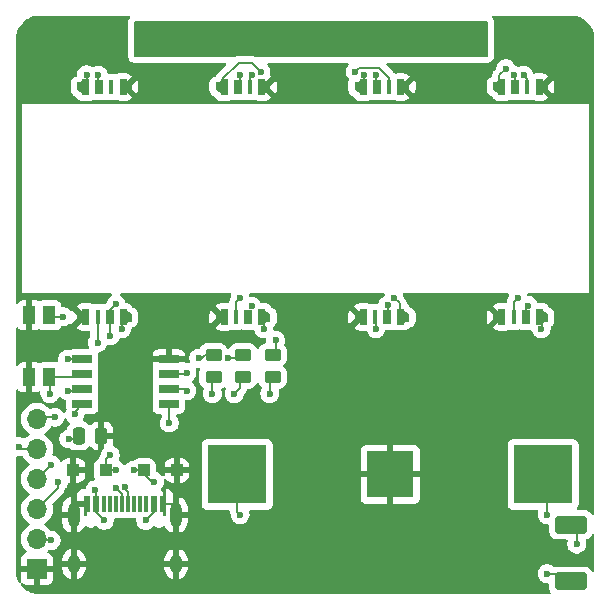
<source format=gbr>
%TF.GenerationSoftware,KiCad,Pcbnew,9.0.4*%
%TF.CreationDate,2025-11-23T20:37:17+01:00*%
%TF.ProjectId,Bina_Badge,42696e61-5f42-4616-9467-652e6b696361,rev?*%
%TF.SameCoordinates,Original*%
%TF.FileFunction,Copper,L1,Top*%
%TF.FilePolarity,Positive*%
%FSLAX46Y46*%
G04 Gerber Fmt 4.6, Leading zero omitted, Abs format (unit mm)*
G04 Created by KiCad (PCBNEW 9.0.4) date 2025-11-23 20:37:17*
%MOMM*%
%LPD*%
G01*
G04 APERTURE LIST*
G04 Aperture macros list*
%AMRoundRect*
0 Rectangle with rounded corners*
0 $1 Rounding radius*
0 $2 $3 $4 $5 $6 $7 $8 $9 X,Y pos of 4 corners*
0 Add a 4 corners polygon primitive as box body*
4,1,4,$2,$3,$4,$5,$6,$7,$8,$9,$2,$3,0*
0 Add four circle primitives for the rounded corners*
1,1,$1+$1,$2,$3*
1,1,$1+$1,$4,$5*
1,1,$1+$1,$6,$7*
1,1,$1+$1,$8,$9*
0 Add four rect primitives between the rounded corners*
20,1,$1+$1,$2,$3,$4,$5,0*
20,1,$1+$1,$4,$5,$6,$7,0*
20,1,$1+$1,$6,$7,$8,$9,0*
20,1,$1+$1,$8,$9,$2,$3,0*%
%AMFreePoly0*
4,1,27,0.535355,0.635355,0.550000,0.600000,0.550000,-0.600000,0.535355,-0.635355,0.500000,-0.650000,-0.050000,-0.650000,-0.085355,-0.635355,-0.100000,-0.600000,-0.100000,-0.486414,-0.191342,-0.461940,-0.304381,-0.396677,-0.396677,-0.304381,-0.428074,-0.250000,-0.500000,-0.250000,-0.535355,-0.235355,-0.550000,-0.200000,-0.550000,0.350000,-0.535355,0.385355,-0.500000,0.400000,-0.298625,0.400000,
-0.191342,0.461940,-0.100000,0.486414,-0.100000,0.600000,-0.085355,0.635355,-0.050000,0.650000,0.500000,0.650000,0.535355,0.635355,0.535355,0.635355,$1*%
%AMFreePoly1*
4,1,27,0.085355,0.635355,0.100000,0.600000,0.100000,0.486414,0.191342,0.461940,0.298625,0.400000,0.500000,0.400000,0.535355,0.385355,0.550000,0.350000,0.550000,-0.200000,0.535355,-0.235355,0.500000,-0.250000,0.428074,-0.250000,0.396677,-0.304381,0.304381,-0.396677,0.191342,-0.461940,0.100000,-0.486414,0.100000,-0.600000,0.085355,-0.635355,0.050000,-0.650000,-0.500000,-0.650000,
-0.535355,-0.635355,-0.550000,-0.600000,-0.550000,0.600000,-0.535355,0.635355,-0.500000,0.650000,0.050000,0.650000,0.085355,0.635355,0.085355,0.635355,$1*%
G04 Aperture macros list end*
%TA.AperFunction,SMDPad,CuDef*%
%ADD10RoundRect,0.250000X-1.100000X0.500000X-1.100000X-0.500000X1.100000X-0.500000X1.100000X0.500000X0*%
%TD*%
%TA.AperFunction,SMDPad,CuDef*%
%ADD11FreePoly0,180.000000*%
%TD*%
%TA.AperFunction,SMDPad,CuDef*%
%ADD12R,0.700000X1.200000*%
%TD*%
%TA.AperFunction,SMDPad,CuDef*%
%ADD13R,0.450000X1.200000*%
%TD*%
%TA.AperFunction,SMDPad,CuDef*%
%ADD14FreePoly1,180.000000*%
%TD*%
%TA.AperFunction,SMDPad,CuDef*%
%ADD15FreePoly0,0.000000*%
%TD*%
%TA.AperFunction,SMDPad,CuDef*%
%ADD16FreePoly1,0.000000*%
%TD*%
%TA.AperFunction,SMDPad,CuDef*%
%ADD17RoundRect,0.250000X-0.300000X-0.300000X0.300000X-0.300000X0.300000X0.300000X-0.300000X0.300000X0*%
%TD*%
%TA.AperFunction,SMDPad,CuDef*%
%ADD18R,1.700000X1.700000*%
%TD*%
%TA.AperFunction,SMDPad,CuDef*%
%ADD19O,1.700000X1.700000*%
%TD*%
%TA.AperFunction,SMDPad,CuDef*%
%ADD20R,5.000000X5.000000*%
%TD*%
%TA.AperFunction,SMDPad,CuDef*%
%ADD21R,4.000000X4.000000*%
%TD*%
%TA.AperFunction,SMDPad,CuDef*%
%ADD22R,1.000000X1.550000*%
%TD*%
%TA.AperFunction,SMDPad,CuDef*%
%ADD23RoundRect,0.250000X0.450000X-0.262500X0.450000X0.262500X-0.450000X0.262500X-0.450000X-0.262500X0*%
%TD*%
%TA.AperFunction,SMDPad,CuDef*%
%ADD24R,1.700000X0.650000*%
%TD*%
%TA.AperFunction,SMDPad,CuDef*%
%ADD25RoundRect,0.250000X0.300000X0.300000X-0.300000X0.300000X-0.300000X-0.300000X0.300000X-0.300000X0*%
%TD*%
%TA.AperFunction,SMDPad,CuDef*%
%ADD26R,0.600000X1.450000*%
%TD*%
%TA.AperFunction,SMDPad,CuDef*%
%ADD27R,0.300000X1.450000*%
%TD*%
%TA.AperFunction,ComponentPad*%
%ADD28O,1.000000X2.100000*%
%TD*%
%TA.AperFunction,ComponentPad*%
%ADD29O,1.000000X1.600000*%
%TD*%
%TA.AperFunction,SMDPad,CuDef*%
%ADD30RoundRect,0.250000X-0.250000X-0.475000X0.250000X-0.475000X0.250000X0.475000X-0.250000X0.475000X0*%
%TD*%
%TA.AperFunction,ViaPad*%
%ADD31C,0.600000*%
%TD*%
%TA.AperFunction,Conductor*%
%ADD32C,0.200000*%
%TD*%
G04 APERTURE END LIST*
D10*
%TO.P,D10,2,A*%
%TO.N,Net-(BT1-+)*%
X142500000Y-93400000D03*
%TO.P,D10,1,K*%
%TO.N,VDD*%
X142500000Y-88600000D03*
%TD*%
D11*
%TO.P,D2,1,DIN*%
%TO.N,Net-(D1-DOUT)*%
X116550000Y-70987000D03*
D12*
%TO.P,D2,2,VDD*%
%TO.N,VDD*%
X115200000Y-71013000D03*
D13*
%TO.P,D2,3,DOUT*%
%TO.N,Net-(D2-DOUT)*%
X114175000Y-71013000D03*
D14*
%TO.P,D2,4,VSS*%
%TO.N,GND*%
X112950000Y-71013000D03*
%TD*%
D15*
%TO.P,D7,1,DIN*%
%TO.N,Net-(D6-DOUT)*%
X112950000Y-51573789D03*
D12*
%TO.P,D7,2,VDD*%
%TO.N,VDD*%
X114300000Y-51547789D03*
D13*
%TO.P,D7,3,DOUT*%
%TO.N,Net-(D7-DOUT)*%
X115325000Y-51547789D03*
D16*
%TO.P,D7,4,VSS*%
%TO.N,GND*%
X116550000Y-51547789D03*
%TD*%
D15*
%TO.P,D8,1,DIN*%
%TO.N,Net-(D7-DOUT)*%
X101200000Y-51573789D03*
D12*
%TO.P,D8,2,VDD*%
%TO.N,VDD*%
X102550000Y-51547789D03*
D13*
%TO.P,D8,3,DOUT*%
%TO.N,unconnected-(D8-DOUT-Pad3)*%
X103575000Y-51547789D03*
D16*
%TO.P,D8,4,VSS*%
%TO.N,GND*%
X104800000Y-51547789D03*
%TD*%
D17*
%TO.P,D12,1,K*%
%TO.N,Net-(D12-K)*%
X106350000Y-84000000D03*
%TO.P,D12,2,A*%
%TO.N,GND*%
X109150000Y-84000000D03*
%TD*%
D15*
%TO.P,D6,1,DIN*%
%TO.N,Net-(D5-DOUT)*%
X124700000Y-51573789D03*
D12*
%TO.P,D6,2,VDD*%
%TO.N,VDD*%
X126050000Y-51547789D03*
D13*
%TO.P,D6,3,DOUT*%
%TO.N,Net-(D6-DOUT)*%
X127075000Y-51547789D03*
D16*
%TO.P,D6,4,VSS*%
%TO.N,GND*%
X128300000Y-51547789D03*
%TD*%
D18*
%TO.P,J1,1,Pin_1*%
%TO.N,GND*%
X97300000Y-92350000D03*
D19*
%TO.P,J1,2,Pin_2*%
%TO.N,VDD*%
X97300000Y-89810000D03*
%TO.P,J1,3,Pin_3*%
%TO.N,/RESET*%
X97300000Y-87270000D03*
%TO.P,J1,4,Pin_4*%
%TO.N,/SCK*%
X97300000Y-84730000D03*
%TO.P,J1,5,Pin_5*%
%TO.N,/MISO*%
X97300000Y-82190000D03*
%TO.P,J1,6,Pin_6*%
%TO.N,/MOSI*%
X97300000Y-79650000D03*
%TD*%
D11*
%TO.P,D1,1,DIN*%
%TO.N,/MOSI*%
X104800000Y-70987000D03*
D12*
%TO.P,D1,2,VDD*%
%TO.N,VDD*%
X103450000Y-71013000D03*
D13*
%TO.P,D1,3,DOUT*%
%TO.N,Net-(D1-DOUT)*%
X102425000Y-71013000D03*
D14*
%TO.P,D1,4,VSS*%
%TO.N,GND*%
X101200000Y-71013000D03*
%TD*%
D11*
%TO.P,D4,1,DIN*%
%TO.N,Net-(D3-DOUT)*%
X140050000Y-70987000D03*
D12*
%TO.P,D4,2,VDD*%
%TO.N,VDD*%
X138700000Y-71013000D03*
D13*
%TO.P,D4,3,DOUT*%
%TO.N,Net-(D4-DOUT)*%
X137675000Y-71013000D03*
D14*
%TO.P,D4,4,VSS*%
%TO.N,GND*%
X136450000Y-71013000D03*
%TD*%
D20*
%TO.P,BT1,1,+*%
%TO.N,Net-(BT1-+)*%
X140150000Y-84350000D03*
X114250000Y-84350000D03*
D21*
%TO.P,BT1,2,-*%
%TO.N,GND*%
X127200000Y-84350000D03*
%TD*%
D22*
%TO.P,SW1,1,1*%
%TO.N,GND*%
X96650000Y-76125000D03*
X96650000Y-70875000D03*
%TO.P,SW1,2,2*%
%TO.N,/MISO*%
X98350000Y-76125000D03*
X98350000Y-70875000D03*
%TD*%
D23*
%TO.P,R2,1*%
%TO.N,Net-(D9-K)*%
X112250000Y-76075000D03*
%TO.P,R2,2*%
%TO.N,/D+*%
X112250000Y-74250000D03*
%TD*%
D24*
%TO.P,U1,1,~{RESET}/PB5*%
%TO.N,/RESET*%
X108450000Y-78405000D03*
%TO.P,U1,2,XTAL1/PB3*%
%TO.N,/D-*%
X108450000Y-77135000D03*
%TO.P,U1,3,XTAL2/PB4*%
%TO.N,/D+*%
X108450000Y-75865000D03*
%TO.P,U1,4,GND*%
%TO.N,GND*%
X108450000Y-74595000D03*
%TO.P,U1,5,AREF/PB0*%
%TO.N,/MOSI*%
X101150000Y-74595000D03*
%TO.P,U1,6,PB1*%
%TO.N,/MISO*%
X101150000Y-75865000D03*
%TO.P,U1,7,PB2*%
%TO.N,/SCK*%
X101150000Y-77135000D03*
%TO.P,U1,8,VCC*%
%TO.N,VDD*%
X101150000Y-78405000D03*
%TD*%
D25*
%TO.P,D9,1,K*%
%TO.N,Net-(D9-K)*%
X103150000Y-84000000D03*
%TO.P,D9,2,A*%
%TO.N,GND*%
X100350000Y-84000000D03*
%TD*%
D26*
%TO.P,P1,A1,GND*%
%TO.N,GND*%
X101500000Y-86835000D03*
%TO.P,P1,A4,VBUS*%
%TO.N,VDD*%
X102300000Y-86835000D03*
D27*
%TO.P,P1,A5,CC*%
%TO.N,unconnected-(P1-CC-PadA5)*%
X103500000Y-86835000D03*
%TO.P,P1,A6,D+*%
%TO.N,Net-(D9-K)*%
X104500000Y-86835000D03*
%TO.P,P1,A7,D-*%
%TO.N,Net-(D12-K)*%
X105000000Y-86835000D03*
%TO.P,P1,A8*%
%TO.N,N/C*%
X106000000Y-86835000D03*
D26*
%TO.P,P1,A9,VBUS*%
%TO.N,VDD*%
X107200000Y-86835000D03*
%TO.P,P1,A12,GND*%
%TO.N,GND*%
X108000000Y-86835000D03*
%TO.P,P1,B1,GND*%
X108000000Y-86835000D03*
%TO.P,P1,B4,VBUS*%
%TO.N,VDD*%
X107200000Y-86835000D03*
D27*
%TO.P,P1,B5,VCONN*%
%TO.N,unconnected-(P1-VCONN-PadB5)*%
X106500000Y-86835000D03*
%TO.P,P1,B6*%
%TO.N,N/C*%
X105500000Y-86835000D03*
%TO.P,P1,B7*%
X104000000Y-86835000D03*
%TO.P,P1,B8*%
X103000000Y-86835000D03*
D26*
%TO.P,P1,B9,VBUS*%
%TO.N,VDD*%
X102300000Y-86835000D03*
%TO.P,P1,B12,GND*%
%TO.N,GND*%
X101500000Y-86835000D03*
D28*
%TO.P,P1,S1,SHIELD*%
X100430000Y-87750000D03*
D29*
X100430000Y-91930000D03*
D28*
X109070000Y-87750000D03*
D29*
X109070000Y-91930000D03*
%TD*%
D23*
%TO.P,R3,1*%
%TO.N,Net-(D12-K)*%
X117250000Y-76075000D03*
%TO.P,R3,2*%
%TO.N,VDD*%
X117250000Y-74250000D03*
%TD*%
%TO.P,R1,1*%
%TO.N,Net-(D12-K)*%
X114750000Y-76075000D03*
%TO.P,R1,2*%
%TO.N,/D-*%
X114750000Y-74250000D03*
%TD*%
D11*
%TO.P,D3,1,DIN*%
%TO.N,Net-(D2-DOUT)*%
X128300000Y-70987000D03*
D12*
%TO.P,D3,2,VDD*%
%TO.N,VDD*%
X126950000Y-71013000D03*
D13*
%TO.P,D3,3,DOUT*%
%TO.N,Net-(D3-DOUT)*%
X125925000Y-71013000D03*
D14*
%TO.P,D3,4,VSS*%
%TO.N,GND*%
X124700000Y-71013000D03*
%TD*%
D30*
%TO.P,C1,1*%
%TO.N,VDD*%
X100850000Y-81087500D03*
%TO.P,C1,2*%
%TO.N,GND*%
X102750000Y-81087500D03*
%TD*%
D15*
%TO.P,D5,1,DIN*%
%TO.N,Net-(D4-DOUT)*%
X136450000Y-51573789D03*
D12*
%TO.P,D5,2,VDD*%
%TO.N,VDD*%
X137800000Y-51547789D03*
D13*
%TO.P,D5,3,DOUT*%
%TO.N,Net-(D5-DOUT)*%
X138825000Y-51547789D03*
D16*
%TO.P,D5,4,VSS*%
%TO.N,GND*%
X140050000Y-51547789D03*
%TD*%
D31*
%TO.N,Net-(BT1-+)*%
X114500000Y-87750000D03*
X140500000Y-92750000D03*
X140500000Y-87750000D03*
%TO.N,VDD*%
X102250000Y-85655337D03*
X100500000Y-79250000D03*
X103000000Y-88239029D03*
X117500000Y-73000000D03*
X137699997Y-50560789D03*
X114500000Y-50560789D03*
X126000000Y-50560789D03*
X103991707Y-69921056D03*
X115500000Y-70130686D03*
X98500000Y-89939211D03*
X106500000Y-88250000D03*
X143000000Y-90250000D03*
X100000000Y-81350000D03*
X103500000Y-72600000D03*
X102500000Y-50560789D03*
X138907106Y-70054557D03*
X127000000Y-70000000D03*
%TO.N,/D-*%
X113500000Y-74500000D03*
X110000000Y-77250000D03*
%TO.N,Net-(D9-K)*%
X104000000Y-85491303D03*
X103500000Y-82737500D03*
X104000000Y-84000000D03*
X112158550Y-77500000D03*
%TO.N,/D+*%
X110000000Y-75750000D03*
X111000000Y-74500000D03*
%TO.N,/MISO*%
X98398000Y-77500000D03*
X99500000Y-71000000D03*
X95800000Y-82000000D03*
%TO.N,/MOSI*%
X104500000Y-72000000D03*
X99900000Y-74595000D03*
X98799000Y-79500000D03*
%TO.N,/RESET*%
X99100000Y-85000000D03*
X108500000Y-80000000D03*
%TO.N,/SCK*%
X99900000Y-77250000D03*
X98500000Y-83523027D03*
%TO.N,Net-(D1-DOUT)*%
X116500000Y-72000000D03*
X102425000Y-73200000D03*
%TO.N,Net-(D2-DOUT)*%
X114500000Y-69454557D03*
X127511646Y-69385002D03*
%TO.N,Net-(D3-DOUT)*%
X140000000Y-72000000D03*
X126000000Y-72000000D03*
%TO.N,Net-(D4-DOUT)*%
X137000000Y-50000000D03*
X138000000Y-69439211D03*
%TO.N,Net-(D5-DOUT)*%
X138500000Y-50560789D03*
X125000000Y-50560789D03*
%TO.N,Net-(D6-DOUT)*%
X124257976Y-50261789D03*
X116242024Y-50261789D03*
%TO.N,Net-(D7-DOUT)*%
X115500000Y-50560789D03*
X101500000Y-50500000D03*
%TO.N,Net-(D12-K)*%
X117000000Y-77500000D03*
X104794686Y-85399221D03*
X107244248Y-84957145D03*
X105500000Y-84000000D03*
X114000000Y-77500000D03*
%TD*%
D32*
%TO.N,VDD*%
X142500000Y-88600000D02*
X143000000Y-89100000D01*
X143000000Y-89100000D02*
X143000000Y-90250000D01*
%TO.N,Net-(BT1-+)*%
X140500000Y-87750000D02*
X140500000Y-84700000D01*
X114250000Y-84350000D02*
X114250000Y-87500000D01*
X114250000Y-87500000D02*
X114500000Y-87750000D01*
X140500000Y-85950000D02*
X140150000Y-85600000D01*
X140550000Y-92800000D02*
X140500000Y-92750000D01*
X141750000Y-92800000D02*
X140550000Y-92800000D01*
%TO.N,GND*%
X108000000Y-86835000D02*
X109070000Y-86835000D01*
X109070000Y-86835000D02*
X109070000Y-87750000D01*
X101500000Y-86835000D02*
X101500000Y-86750000D01*
%TO.N,VDD*%
X98500000Y-89939211D02*
X97429211Y-89939211D01*
X102500000Y-51497789D02*
X102550000Y-51547789D01*
X102300000Y-87539029D02*
X102300000Y-86835000D01*
X137800000Y-50660792D02*
X137800000Y-51547789D01*
X137699997Y-50560789D02*
X137800000Y-50660792D01*
X100500000Y-79250000D02*
X100500000Y-79055000D01*
X100000000Y-81350000D02*
X100587500Y-81350000D01*
X103000000Y-88239029D02*
X102300000Y-87539029D01*
X102300000Y-85930098D02*
X102300000Y-86835000D01*
X138700000Y-71013000D02*
X138700000Y-70261663D01*
X102250000Y-85655337D02*
X102250000Y-85880098D01*
X102500000Y-50560789D02*
X102500000Y-51497789D01*
X106500000Y-88250000D02*
X107200000Y-87550000D01*
X103450000Y-70462763D02*
X103450000Y-71013000D01*
X126000000Y-50560789D02*
X126000000Y-51497789D01*
X138700000Y-70261663D02*
X138907106Y-70054557D01*
X100587500Y-81350000D02*
X100850000Y-81087500D01*
X114500000Y-50560789D02*
X114500000Y-51347789D01*
X102250000Y-85880098D02*
X102300000Y-85930098D01*
X103450000Y-72550000D02*
X103500000Y-72600000D01*
X117500000Y-73000000D02*
X117500000Y-74000000D01*
X114500000Y-51347789D02*
X114300000Y-51547789D01*
X126000000Y-51497789D02*
X126050000Y-51547789D01*
X103450000Y-71013000D02*
X103450000Y-72550000D01*
X127000000Y-70000000D02*
X127000000Y-70500000D01*
X100500000Y-79055000D02*
X101150000Y-78405000D01*
X107200000Y-87550000D02*
X107200000Y-86835000D01*
X126950000Y-70550000D02*
X126950000Y-71013000D01*
X117500000Y-74000000D02*
X117250000Y-74250000D01*
X103991707Y-69921056D02*
X103450000Y-70462763D01*
X127000000Y-70500000D02*
X126950000Y-70550000D01*
X97429211Y-89939211D02*
X97300000Y-89810000D01*
%TO.N,/D-*%
X109885000Y-77135000D02*
X108450000Y-77135000D01*
X114500000Y-74500000D02*
X114750000Y-74250000D01*
X113500000Y-74500000D02*
X114500000Y-74500000D01*
X110000000Y-77250000D02*
X109885000Y-77135000D01*
%TO.N,Net-(D9-K)*%
X112158550Y-76166450D02*
X112250000Y-76075000D01*
X112158550Y-77500000D02*
X112158550Y-76166450D01*
X104500000Y-85991303D02*
X104500000Y-86835000D01*
X104000000Y-84000000D02*
X103150000Y-84000000D01*
X103150000Y-83087500D02*
X103150000Y-84000000D01*
X103500000Y-82737500D02*
X103150000Y-83087500D01*
X104000000Y-85491303D02*
X104500000Y-85991303D01*
%TO.N,/D+*%
X111500000Y-74250000D02*
X112250000Y-74250000D01*
X108450000Y-75865000D02*
X109885000Y-75865000D01*
X109885000Y-75865000D02*
X110000000Y-75750000D01*
X111250000Y-74500000D02*
X111500000Y-74250000D01*
X111000000Y-74500000D02*
X111250000Y-74500000D01*
%TO.N,/MISO*%
X98475000Y-71000000D02*
X98350000Y-70875000D01*
X97300000Y-82190000D02*
X95990000Y-82190000D01*
X100890000Y-76125000D02*
X101150000Y-75865000D01*
X98398000Y-77500000D02*
X98398000Y-76173000D01*
X95990000Y-82190000D02*
X95800000Y-82000000D01*
X99500000Y-71000000D02*
X98475000Y-71000000D01*
X98350000Y-76125000D02*
X100890000Y-76125000D01*
X98398000Y-76173000D02*
X98350000Y-76125000D01*
%TO.N,/MOSI*%
X98799000Y-79500000D02*
X98749000Y-79450000D01*
X104500000Y-71287000D02*
X104800000Y-70987000D01*
X98749000Y-79450000D02*
X97500000Y-79450000D01*
X97500000Y-79450000D02*
X97300000Y-79650000D01*
X104500000Y-72000000D02*
X104500000Y-71287000D01*
X99900000Y-74595000D02*
X101150000Y-74595000D01*
%TO.N,/RESET*%
X99070000Y-85030000D02*
X99070000Y-85500000D01*
X99100000Y-85000000D02*
X99070000Y-85030000D01*
X108450000Y-78405000D02*
X108450000Y-79950000D01*
X99070000Y-85500000D02*
X97300000Y-87270000D01*
X108500000Y-78455000D02*
X108450000Y-78405000D01*
X108450000Y-79950000D02*
X108500000Y-80000000D01*
%TO.N,/SCK*%
X97300000Y-84730000D02*
X97300000Y-84723027D01*
X99900000Y-77250000D02*
X101035000Y-77250000D01*
X97300000Y-84723027D02*
X98500000Y-83523027D01*
X97570000Y-84939211D02*
X97300000Y-85209211D01*
X101035000Y-77250000D02*
X101150000Y-77135000D01*
%TO.N,Net-(D1-DOUT)*%
X116500000Y-72000000D02*
X116500000Y-71037000D01*
X116500000Y-71037000D02*
X116550000Y-70987000D01*
X102425000Y-73200000D02*
X102425000Y-71013000D01*
%TO.N,Net-(D2-DOUT)*%
X114175000Y-71013000D02*
X114175000Y-69779557D01*
X114175000Y-69779557D02*
X114500000Y-69454557D01*
X127511646Y-69385002D02*
X128000000Y-69873356D01*
X128000000Y-69873356D02*
X128000000Y-70687000D01*
X128000000Y-70687000D02*
X128300000Y-70987000D01*
%TO.N,Net-(D3-DOUT)*%
X140050000Y-71950000D02*
X140000000Y-72000000D01*
X126000000Y-71088000D02*
X125925000Y-71013000D01*
X126000000Y-72000000D02*
X126000000Y-71088000D01*
X140050000Y-70987000D02*
X140050000Y-71950000D01*
%TO.N,Net-(D4-DOUT)*%
X137675000Y-71013000D02*
X137675000Y-69764211D01*
X136450000Y-50550000D02*
X137000000Y-50000000D01*
X136450000Y-51573789D02*
X136450000Y-50550000D01*
X137675000Y-69764211D02*
X138000000Y-69439211D01*
X137581601Y-70919601D02*
X137675000Y-71013000D01*
%TO.N,Net-(D5-DOUT)*%
X138825000Y-51547789D02*
X138825000Y-50885789D01*
X138825000Y-50885789D02*
X138500000Y-50560789D01*
X125000000Y-50560789D02*
X125000000Y-51273789D01*
X125000000Y-51273789D02*
X124700000Y-51573789D01*
%TO.N,Net-(D6-DOUT)*%
X126287000Y-49959789D02*
X124559976Y-49959789D01*
X114363789Y-49500000D02*
X112950000Y-50913789D01*
X127075000Y-51547789D02*
X127075000Y-50747789D01*
X115480235Y-49500000D02*
X114363789Y-49500000D01*
X124559976Y-49959789D02*
X124257976Y-50261789D01*
X127075000Y-50747789D02*
X126287000Y-49959789D01*
X112950000Y-50913789D02*
X112950000Y-51573789D01*
X116242024Y-50261789D02*
X115480235Y-49500000D01*
%TO.N,Net-(D7-DOUT)*%
X101500000Y-50500000D02*
X101500000Y-51273789D01*
X101500000Y-51273789D02*
X101200000Y-51573789D01*
X115325000Y-51547789D02*
X115325000Y-50735789D01*
X115325000Y-50735789D02*
X115500000Y-50560789D01*
%TO.N,Net-(D12-K)*%
X114500000Y-77000000D02*
X114500000Y-76325000D01*
X106500000Y-84150000D02*
X106350000Y-84000000D01*
X105000000Y-85800003D02*
X105000000Y-86835000D01*
X117000000Y-76325000D02*
X117250000Y-76075000D01*
X114500000Y-76325000D02*
X114750000Y-76075000D01*
X104794686Y-85594689D02*
X105000000Y-85800003D01*
X107201393Y-85000000D02*
X107000000Y-85000000D01*
X105500000Y-84000000D02*
X106350000Y-84000000D01*
X114000000Y-77500000D02*
X114500000Y-77000000D01*
X106500000Y-84500000D02*
X106500000Y-84150000D01*
X104794686Y-85399221D02*
X104794686Y-85594689D01*
X117000000Y-77500000D02*
X117000000Y-76325000D01*
X107244248Y-84957145D02*
X107201393Y-85000000D01*
X107000000Y-85000000D02*
X106500000Y-84500000D01*
%TD*%
%TA.AperFunction,NonConductor*%
G36*
X135443039Y-46019685D02*
G01*
X135488794Y-46072489D01*
X135500000Y-46124000D01*
X135500000Y-48876000D01*
X135480315Y-48943039D01*
X135427511Y-48988794D01*
X135376000Y-49000000D01*
X115848436Y-49000000D01*
X115832950Y-48995850D01*
X115819206Y-48996506D01*
X115786443Y-48983390D01*
X115786439Y-48983389D01*
X115775418Y-48977026D01*
X115762139Y-48969360D01*
X115762137Y-48969358D01*
X115762136Y-48969358D01*
X115712020Y-48940423D01*
X115559292Y-48899499D01*
X115401178Y-48899499D01*
X115393582Y-48899499D01*
X115393566Y-48899500D01*
X114450459Y-48899500D01*
X114450443Y-48899499D01*
X114442847Y-48899499D01*
X114284732Y-48899499D01*
X114208368Y-48919961D01*
X114132003Y-48940423D01*
X114132002Y-48940424D01*
X114081888Y-48969358D01*
X114057588Y-48983387D01*
X113995589Y-49000000D01*
X105624000Y-49000000D01*
X105556961Y-48980315D01*
X105511206Y-48927511D01*
X105500000Y-48876000D01*
X105500000Y-46124000D01*
X105519685Y-46056961D01*
X105572489Y-46011206D01*
X105624000Y-46000000D01*
X135376000Y-46000000D01*
X135443039Y-46019685D01*
G37*
%TD.AperFunction*%
%TA.AperFunction,Conductor*%
%TO.N,GND*%
G36*
X105135314Y-45520185D02*
G01*
X105181069Y-45572989D01*
X105191013Y-45642147D01*
X105161988Y-45705703D01*
X105161987Y-45705703D01*
X105094435Y-45783660D01*
X105094430Y-45783668D01*
X105034664Y-45914534D01*
X105014976Y-45981582D01*
X105009949Y-46016549D01*
X104994500Y-46124000D01*
X104994500Y-48876000D01*
X104994501Y-48876009D01*
X105006052Y-48983450D01*
X105006054Y-48983462D01*
X105017260Y-49034972D01*
X105051383Y-49137497D01*
X105051386Y-49137503D01*
X105129171Y-49258537D01*
X105129179Y-49258548D01*
X105174923Y-49311340D01*
X105174926Y-49311343D01*
X105174930Y-49311347D01*
X105283664Y-49405567D01*
X105283667Y-49405568D01*
X105283668Y-49405569D01*
X105377925Y-49448616D01*
X105414541Y-49465338D01*
X105481580Y-49485023D01*
X105481584Y-49485024D01*
X105624000Y-49505500D01*
X113209691Y-49505500D01*
X113276730Y-49525185D01*
X113322485Y-49577989D01*
X113332429Y-49647147D01*
X113303404Y-49710703D01*
X113297372Y-49717181D01*
X112469481Y-50545071D01*
X112469477Y-50545076D01*
X112426291Y-50619878D01*
X112375724Y-50668094D01*
X112349570Y-50678026D01*
X112256559Y-50701765D01*
X112256552Y-50701767D01*
X112217660Y-50717877D01*
X112122811Y-50769669D01*
X112017502Y-50867715D01*
X111944090Y-50991447D01*
X111944085Y-50991456D01*
X111927988Y-51030317D01*
X111927981Y-51030336D01*
X111927978Y-51030344D01*
X111913608Y-51071078D01*
X111909975Y-51081376D01*
X111889500Y-51223790D01*
X111889500Y-51773791D01*
X111892396Y-51827824D01*
X111892396Y-51827825D01*
X111927976Y-51967229D01*
X111927978Y-51967236D01*
X111944088Y-52006128D01*
X111995880Y-52100977D01*
X111995882Y-52100980D01*
X112065531Y-52175788D01*
X112093926Y-52206286D01*
X112217660Y-52279700D01*
X112217662Y-52279701D01*
X112217664Y-52279702D01*
X112222631Y-52281759D01*
X112223157Y-52282074D01*
X112223470Y-52282110D01*
X112225479Y-52283463D01*
X112253691Y-52300342D01*
X112258482Y-52304261D01*
X112285551Y-52331330D01*
X112382797Y-52405951D01*
X112384299Y-52407179D01*
X112388150Y-52412813D01*
X112414619Y-52443729D01*
X112443176Y-52496024D01*
X112445882Y-52500980D01*
X112530239Y-52591585D01*
X112543926Y-52606286D01*
X112580367Y-52627907D01*
X112667664Y-52679702D01*
X112706555Y-52695811D01*
X112757584Y-52713813D01*
X112900000Y-52734289D01*
X112900003Y-52734289D01*
X113450002Y-52734289D01*
X113455499Y-52733994D01*
X113504034Y-52731393D01*
X113643445Y-52695811D01*
X113682336Y-52679702D01*
X113738797Y-52648871D01*
X113807068Y-52634020D01*
X113841558Y-52641523D01*
X113842511Y-52641878D01*
X113842512Y-52641878D01*
X113842517Y-52641880D01*
X113902127Y-52648289D01*
X114697872Y-52648288D01*
X114757483Y-52641880D01*
X114831667Y-52614210D01*
X114901358Y-52609227D01*
X114918327Y-52614209D01*
X114971443Y-52634020D01*
X114992511Y-52641878D01*
X114992517Y-52641880D01*
X115052127Y-52648289D01*
X115597872Y-52648288D01*
X115657483Y-52641880D01*
X115688614Y-52630268D01*
X115758303Y-52625283D01*
X115795225Y-52639811D01*
X115817853Y-52653238D01*
X115856729Y-52669342D01*
X115907728Y-52687333D01*
X116050001Y-52707788D01*
X116050003Y-52707789D01*
X116600004Y-52707789D01*
X116653980Y-52704895D01*
X116653982Y-52704895D01*
X116793248Y-52669350D01*
X116793255Y-52669348D01*
X116832147Y-52653238D01*
X116926903Y-52601497D01*
X117032107Y-52503549D01*
X117076829Y-52428170D01*
X117076829Y-52428169D01*
X116550000Y-51901341D01*
X116262180Y-52189160D01*
X116200857Y-52222644D01*
X116131165Y-52217660D01*
X116075232Y-52175788D01*
X116050815Y-52110324D01*
X116050499Y-52101503D01*
X116050499Y-51745097D01*
X116070184Y-51678060D01*
X116086818Y-51657418D01*
X116196448Y-51547788D01*
X116903552Y-51547788D01*
X116903552Y-51547789D01*
X117470301Y-52114538D01*
X117482107Y-52103548D01*
X117555447Y-51979938D01*
X117555452Y-51979929D01*
X117571549Y-51941068D01*
X117589544Y-51890060D01*
X117609999Y-51747787D01*
X117610000Y-51747786D01*
X117610000Y-51197785D01*
X117607106Y-51143808D01*
X117607106Y-51143806D01*
X117571561Y-51004540D01*
X117571559Y-51004533D01*
X117555449Y-50965641D01*
X117530814Y-50920525D01*
X116903552Y-51547788D01*
X116196448Y-51547788D01*
X116335491Y-51408746D01*
X116373224Y-51371013D01*
X117099352Y-50644883D01*
X117097338Y-50638832D01*
X117093662Y-50637153D01*
X117070138Y-50631153D01*
X117056546Y-50620202D01*
X117052194Y-50618215D01*
X117042654Y-50609010D01*
X117041814Y-50608108D01*
X117010531Y-50545633D01*
X117010941Y-50499409D01*
X117042524Y-50340633D01*
X117042524Y-50182944D01*
X117042523Y-50182942D01*
X117019954Y-50069480D01*
X117011761Y-50028292D01*
X117011759Y-50028287D01*
X116951421Y-49882616D01*
X116951414Y-49882603D01*
X116863813Y-49751500D01*
X116863810Y-49751496D01*
X116829495Y-49717181D01*
X116796010Y-49655858D01*
X116800994Y-49586166D01*
X116842866Y-49530233D01*
X116908330Y-49505816D01*
X116917176Y-49505500D01*
X123582824Y-49505500D01*
X123649863Y-49525185D01*
X123695618Y-49577989D01*
X123705562Y-49647147D01*
X123676537Y-49710703D01*
X123670505Y-49717181D01*
X123636189Y-49751496D01*
X123636186Y-49751500D01*
X123548585Y-49882603D01*
X123548578Y-49882616D01*
X123488240Y-50028287D01*
X123488237Y-50028299D01*
X123457476Y-50182942D01*
X123457476Y-50340635D01*
X123488237Y-50495278D01*
X123488240Y-50495290D01*
X123548578Y-50640961D01*
X123548585Y-50640974D01*
X123636186Y-50772077D01*
X123636189Y-50772081D01*
X123686104Y-50821996D01*
X123719589Y-50883319D01*
X123714605Y-50953011D01*
X123705065Y-50972949D01*
X123694087Y-50991451D01*
X123694083Y-50991458D01*
X123677990Y-51030311D01*
X123677989Y-51030314D01*
X123677980Y-51030337D01*
X123677978Y-51030344D01*
X123663608Y-51071078D01*
X123659975Y-51081376D01*
X123639500Y-51223790D01*
X123639500Y-51773791D01*
X123642396Y-51827824D01*
X123642396Y-51827825D01*
X123677976Y-51967229D01*
X123677978Y-51967236D01*
X123694088Y-52006128D01*
X123745880Y-52100977D01*
X123745882Y-52100980D01*
X123815531Y-52175788D01*
X123843926Y-52206286D01*
X123967660Y-52279700D01*
X123967662Y-52279701D01*
X123967664Y-52279702D01*
X123972631Y-52281759D01*
X123973157Y-52282074D01*
X123973470Y-52282110D01*
X123975479Y-52283463D01*
X124003691Y-52300342D01*
X124008482Y-52304261D01*
X124035551Y-52331330D01*
X124132797Y-52405951D01*
X124134299Y-52407179D01*
X124138150Y-52412813D01*
X124164619Y-52443729D01*
X124193176Y-52496024D01*
X124195882Y-52500980D01*
X124280239Y-52591585D01*
X124293926Y-52606286D01*
X124330367Y-52627907D01*
X124417664Y-52679702D01*
X124456555Y-52695811D01*
X124507584Y-52713813D01*
X124650000Y-52734289D01*
X124650003Y-52734289D01*
X125200002Y-52734289D01*
X125205499Y-52733994D01*
X125254034Y-52731393D01*
X125393445Y-52695811D01*
X125432336Y-52679702D01*
X125488797Y-52648871D01*
X125557068Y-52634020D01*
X125591558Y-52641523D01*
X125592511Y-52641878D01*
X125592512Y-52641878D01*
X125592517Y-52641880D01*
X125652127Y-52648289D01*
X126447872Y-52648288D01*
X126507483Y-52641880D01*
X126581667Y-52614210D01*
X126651358Y-52609227D01*
X126668327Y-52614209D01*
X126721443Y-52634020D01*
X126742511Y-52641878D01*
X126742517Y-52641880D01*
X126802127Y-52648289D01*
X127347872Y-52648288D01*
X127407483Y-52641880D01*
X127438614Y-52630268D01*
X127508303Y-52625283D01*
X127545225Y-52639811D01*
X127567853Y-52653238D01*
X127606729Y-52669342D01*
X127657728Y-52687333D01*
X127800001Y-52707788D01*
X127800003Y-52707789D01*
X128350004Y-52707789D01*
X128403980Y-52704895D01*
X128403982Y-52704895D01*
X128543248Y-52669350D01*
X128543255Y-52669348D01*
X128582147Y-52653238D01*
X128676903Y-52601497D01*
X128782107Y-52503549D01*
X128826829Y-52428170D01*
X128826829Y-52428169D01*
X128300000Y-51901341D01*
X128012180Y-52189160D01*
X127950857Y-52222644D01*
X127881165Y-52217660D01*
X127825232Y-52175788D01*
X127800815Y-52110324D01*
X127800499Y-52101503D01*
X127800499Y-51745096D01*
X127820184Y-51678060D01*
X127836818Y-51657418D01*
X127946448Y-51547788D01*
X128653552Y-51547788D01*
X128653552Y-51547789D01*
X129220301Y-52114538D01*
X129232107Y-52103548D01*
X129305447Y-51979938D01*
X129305452Y-51979929D01*
X129321549Y-51941068D01*
X129339544Y-51890060D01*
X129359999Y-51747787D01*
X129360000Y-51747786D01*
X129360000Y-51223790D01*
X135389500Y-51223790D01*
X135389500Y-51773791D01*
X135392396Y-51827824D01*
X135392396Y-51827825D01*
X135427976Y-51967229D01*
X135427978Y-51967236D01*
X135444088Y-52006128D01*
X135495880Y-52100977D01*
X135495882Y-52100980D01*
X135565531Y-52175788D01*
X135593926Y-52206286D01*
X135717660Y-52279700D01*
X135717662Y-52279701D01*
X135717664Y-52279702D01*
X135722631Y-52281759D01*
X135723157Y-52282074D01*
X135723470Y-52282110D01*
X135725479Y-52283463D01*
X135753691Y-52300342D01*
X135758482Y-52304261D01*
X135785551Y-52331330D01*
X135882797Y-52405951D01*
X135884299Y-52407179D01*
X135888150Y-52412813D01*
X135914619Y-52443729D01*
X135943176Y-52496024D01*
X135945882Y-52500980D01*
X136030239Y-52591585D01*
X136043926Y-52606286D01*
X136080367Y-52627907D01*
X136167664Y-52679702D01*
X136206555Y-52695811D01*
X136257584Y-52713813D01*
X136400000Y-52734289D01*
X136400003Y-52734289D01*
X136950002Y-52734289D01*
X136955499Y-52733994D01*
X137004034Y-52731393D01*
X137143445Y-52695811D01*
X137182336Y-52679702D01*
X137238797Y-52648871D01*
X137307068Y-52634020D01*
X137341558Y-52641523D01*
X137342511Y-52641878D01*
X137342512Y-52641878D01*
X137342517Y-52641880D01*
X137402127Y-52648289D01*
X138197872Y-52648288D01*
X138257483Y-52641880D01*
X138331667Y-52614210D01*
X138401358Y-52609227D01*
X138418327Y-52614209D01*
X138471443Y-52634020D01*
X138492511Y-52641878D01*
X138492517Y-52641880D01*
X138552127Y-52648289D01*
X139097872Y-52648288D01*
X139157483Y-52641880D01*
X139188614Y-52630268D01*
X139258303Y-52625283D01*
X139295225Y-52639811D01*
X139317853Y-52653238D01*
X139356729Y-52669342D01*
X139407728Y-52687333D01*
X139550001Y-52707788D01*
X139550003Y-52707789D01*
X140100004Y-52707789D01*
X140153980Y-52704895D01*
X140153982Y-52704895D01*
X140293248Y-52669350D01*
X140293255Y-52669348D01*
X140332147Y-52653238D01*
X140426903Y-52601497D01*
X140532107Y-52503549D01*
X140576829Y-52428170D01*
X140576829Y-52428169D01*
X140050000Y-51901341D01*
X139762180Y-52189160D01*
X139700857Y-52222644D01*
X139631165Y-52217660D01*
X139575232Y-52175788D01*
X139550815Y-52110324D01*
X139550499Y-52101503D01*
X139550499Y-51745096D01*
X139570184Y-51678060D01*
X139586818Y-51657418D01*
X139696448Y-51547788D01*
X140403552Y-51547788D01*
X140403552Y-51547789D01*
X140970301Y-52114538D01*
X140982107Y-52103548D01*
X141055447Y-51979938D01*
X141055452Y-51979929D01*
X141071549Y-51941068D01*
X141089544Y-51890060D01*
X141109999Y-51747787D01*
X141110000Y-51747786D01*
X141110000Y-51197785D01*
X141107106Y-51143808D01*
X141107106Y-51143806D01*
X141071561Y-51004540D01*
X141071559Y-51004533D01*
X141055449Y-50965641D01*
X141030814Y-50920525D01*
X140403552Y-51547788D01*
X139696448Y-51547788D01*
X139835491Y-51408746D01*
X139873224Y-51371013D01*
X140599352Y-50644883D01*
X140597338Y-50638832D01*
X140552194Y-50618215D01*
X140542644Y-50609000D01*
X140455759Y-50515681D01*
X140332149Y-50442341D01*
X140332140Y-50442336D01*
X140293279Y-50426239D01*
X140242271Y-50408244D01*
X140099998Y-50387789D01*
X139549996Y-50387789D01*
X139496019Y-50390682D01*
X139496014Y-50390682D01*
X139418746Y-50410404D01*
X139348921Y-50407910D01*
X139291529Y-50368062D01*
X139272789Y-50332621D01*
X139272068Y-50332920D01*
X139209397Y-50181616D01*
X139209390Y-50181603D01*
X139121789Y-50050500D01*
X139121786Y-50050496D01*
X139010292Y-49939002D01*
X139010288Y-49938999D01*
X138879185Y-49851398D01*
X138879172Y-49851391D01*
X138733501Y-49791053D01*
X138733489Y-49791050D01*
X138578845Y-49760289D01*
X138578842Y-49760289D01*
X138421158Y-49760289D01*
X138421155Y-49760289D01*
X138266510Y-49791050D01*
X138266498Y-49791053D01*
X138147450Y-49840364D01*
X138077980Y-49847833D01*
X138052546Y-49840364D01*
X137933498Y-49791053D01*
X137933488Y-49791050D01*
X137831119Y-49770687D01*
X137769208Y-49738301D01*
X137740751Y-49696526D01*
X137709394Y-49620821D01*
X137709392Y-49620818D01*
X137709390Y-49620814D01*
X137621789Y-49489711D01*
X137621786Y-49489707D01*
X137510292Y-49378213D01*
X137510288Y-49378210D01*
X137379185Y-49290609D01*
X137379172Y-49290602D01*
X137233501Y-49230264D01*
X137233489Y-49230261D01*
X137078845Y-49199500D01*
X137078842Y-49199500D01*
X136921158Y-49199500D01*
X136921155Y-49199500D01*
X136766510Y-49230261D01*
X136766498Y-49230264D01*
X136620827Y-49290602D01*
X136620814Y-49290609D01*
X136489711Y-49378210D01*
X136489707Y-49378213D01*
X136378213Y-49489707D01*
X136378210Y-49489711D01*
X136290609Y-49620814D01*
X136290602Y-49620827D01*
X136230264Y-49766498D01*
X136230261Y-49766508D01*
X136199362Y-49921848D01*
X136190597Y-49938603D01*
X136186578Y-49957082D01*
X136167832Y-49982123D01*
X136166977Y-49983759D01*
X136165427Y-49985337D01*
X136130440Y-50020323D01*
X136081286Y-50069478D01*
X136081285Y-50069478D01*
X136081284Y-50069479D01*
X135969481Y-50181282D01*
X135969479Y-50181285D01*
X135940325Y-50231783D01*
X135940324Y-50231785D01*
X135890423Y-50318214D01*
X135884416Y-50340633D01*
X135849499Y-50470943D01*
X135849499Y-50470945D01*
X135849499Y-50581718D01*
X135829814Y-50648757D01*
X135777010Y-50694512D01*
X135760719Y-50700260D01*
X135760756Y-50700369D01*
X135756552Y-50701767D01*
X135717660Y-50717877D01*
X135622811Y-50769669D01*
X135517502Y-50867715D01*
X135444090Y-50991447D01*
X135444085Y-50991456D01*
X135427988Y-51030317D01*
X135427981Y-51030336D01*
X135427978Y-51030344D01*
X135413608Y-51071078D01*
X135409975Y-51081376D01*
X135389500Y-51223790D01*
X129360000Y-51223790D01*
X129360000Y-51197785D01*
X129357106Y-51143808D01*
X129357106Y-51143806D01*
X129321561Y-51004540D01*
X129321559Y-51004533D01*
X129305449Y-50965641D01*
X129280814Y-50920525D01*
X128653552Y-51547788D01*
X127946448Y-51547788D01*
X128085491Y-51408746D01*
X128123224Y-51371013D01*
X128849352Y-50644883D01*
X128847338Y-50638832D01*
X128802194Y-50618215D01*
X128792644Y-50609000D01*
X128705759Y-50515681D01*
X128582149Y-50442341D01*
X128582140Y-50442336D01*
X128543279Y-50426239D01*
X128492271Y-50408244D01*
X128349998Y-50387789D01*
X127799996Y-50387789D01*
X127746019Y-50390682D01*
X127746017Y-50390682D01*
X127671921Y-50409594D01*
X127660660Y-50409191D01*
X127650102Y-50413130D01*
X127626368Y-50407966D01*
X127602095Y-50407100D01*
X127591066Y-50400287D01*
X127581829Y-50398278D01*
X127553576Y-50377129D01*
X127443716Y-50267269D01*
X127443713Y-50267267D01*
X126893627Y-49717181D01*
X126860142Y-49655858D01*
X126865126Y-49586166D01*
X126906998Y-49530233D01*
X126972462Y-49505816D01*
X126981308Y-49505500D01*
X135375990Y-49505500D01*
X135376000Y-49505500D01*
X135483456Y-49493947D01*
X135534967Y-49482741D01*
X135569197Y-49471347D01*
X135637497Y-49448616D01*
X135637501Y-49448613D01*
X135637504Y-49448613D01*
X135758543Y-49370825D01*
X135811347Y-49325070D01*
X135905567Y-49216336D01*
X135965338Y-49085459D01*
X135985023Y-49018420D01*
X135985024Y-49018416D01*
X136005500Y-48876000D01*
X136005500Y-46124000D01*
X135993947Y-46016544D01*
X135982741Y-45965033D01*
X135967436Y-45919048D01*
X135948616Y-45862502D01*
X135948613Y-45862496D01*
X135897950Y-45783664D01*
X135870825Y-45741457D01*
X135870820Y-45741451D01*
X135839844Y-45705702D01*
X135810819Y-45642147D01*
X135820763Y-45572988D01*
X135866518Y-45520184D01*
X135933557Y-45500500D01*
X142434108Y-45500500D01*
X142495933Y-45500500D01*
X142504043Y-45500765D01*
X142752895Y-45517075D01*
X142768953Y-45519190D01*
X142976105Y-45560395D01*
X143009535Y-45567045D01*
X143025202Y-45571243D01*
X143194947Y-45628863D01*
X143257481Y-45650091D01*
X143272458Y-45656294D01*
X143445162Y-45741462D01*
X143492460Y-45764787D01*
X143506508Y-45772897D01*
X143710464Y-45909177D01*
X143723325Y-45919045D01*
X143834493Y-46016537D01*
X143907749Y-46080781D01*
X143919218Y-46092250D01*
X144080951Y-46276671D01*
X144090825Y-46289539D01*
X144227102Y-46493492D01*
X144235212Y-46507539D01*
X144343702Y-46727534D01*
X144349909Y-46742520D01*
X144428756Y-46974797D01*
X144432954Y-46990464D01*
X144480807Y-47231035D01*
X144482925Y-47247116D01*
X144499235Y-47495956D01*
X144499500Y-47504066D01*
X144499500Y-87691489D01*
X144479815Y-87758528D01*
X144427011Y-87804283D01*
X144357853Y-87814227D01*
X144294297Y-87785202D01*
X144269961Y-87756586D01*
X144192712Y-87631344D01*
X144068656Y-87507288D01*
X143919334Y-87415186D01*
X143752797Y-87360001D01*
X143752795Y-87360000D01*
X143650016Y-87349500D01*
X143650009Y-87349500D01*
X143149001Y-87349500D01*
X143081962Y-87329815D01*
X143036207Y-87277011D01*
X143026263Y-87207853D01*
X143049734Y-87151189D01*
X143093796Y-87092331D01*
X143144091Y-86957483D01*
X143150500Y-86897873D01*
X143150499Y-81802128D01*
X143144091Y-81742517D01*
X143139118Y-81729185D01*
X143093797Y-81607671D01*
X143093793Y-81607664D01*
X143007547Y-81492455D01*
X143007544Y-81492452D01*
X142892335Y-81406206D01*
X142892328Y-81406202D01*
X142757482Y-81355908D01*
X142757483Y-81355908D01*
X142697883Y-81349501D01*
X142697881Y-81349500D01*
X142697873Y-81349500D01*
X142697864Y-81349500D01*
X137602129Y-81349500D01*
X137602123Y-81349501D01*
X137542516Y-81355908D01*
X137407671Y-81406202D01*
X137407664Y-81406206D01*
X137292455Y-81492452D01*
X137292452Y-81492455D01*
X137206206Y-81607664D01*
X137206202Y-81607671D01*
X137155908Y-81742517D01*
X137149501Y-81802116D01*
X137149501Y-81802123D01*
X137149500Y-81802135D01*
X137149500Y-86897870D01*
X137149501Y-86897876D01*
X137155908Y-86957483D01*
X137206202Y-87092328D01*
X137206206Y-87092335D01*
X137292452Y-87207544D01*
X137292455Y-87207547D01*
X137407664Y-87293793D01*
X137407671Y-87293797D01*
X137542517Y-87344091D01*
X137542516Y-87344091D01*
X137549444Y-87344835D01*
X137602127Y-87350500D01*
X139613445Y-87350499D01*
X139680484Y-87370184D01*
X139726239Y-87422987D01*
X139736183Y-87492146D01*
X139731177Y-87510417D01*
X139732031Y-87510676D01*
X139730261Y-87516510D01*
X139699500Y-87671153D01*
X139699500Y-87828846D01*
X139730261Y-87983489D01*
X139730264Y-87983501D01*
X139790602Y-88129172D01*
X139790609Y-88129185D01*
X139878210Y-88260288D01*
X139878213Y-88260292D01*
X139989707Y-88371786D01*
X139989711Y-88371789D01*
X140120814Y-88459390D01*
X140120827Y-88459397D01*
X140266498Y-88519735D01*
X140266503Y-88519737D01*
X140421153Y-88550499D01*
X140421156Y-88550500D01*
X140525500Y-88550500D01*
X140592539Y-88570185D01*
X140638294Y-88622989D01*
X140649500Y-88674500D01*
X140649500Y-89150001D01*
X140649501Y-89150019D01*
X140660000Y-89252796D01*
X140660001Y-89252799D01*
X140715185Y-89419331D01*
X140715187Y-89419336D01*
X140747287Y-89471378D01*
X140807288Y-89568656D01*
X140931344Y-89692712D01*
X141080666Y-89784814D01*
X141247203Y-89839999D01*
X141349991Y-89850500D01*
X142113445Y-89850499D01*
X142180484Y-89870183D01*
X142226239Y-89922987D01*
X142236183Y-89992146D01*
X142231177Y-90010417D01*
X142232031Y-90010676D01*
X142230261Y-90016510D01*
X142199500Y-90171153D01*
X142199500Y-90328846D01*
X142230261Y-90483489D01*
X142230264Y-90483501D01*
X142290602Y-90629172D01*
X142290609Y-90629185D01*
X142378210Y-90760288D01*
X142378213Y-90760292D01*
X142489707Y-90871786D01*
X142489711Y-90871789D01*
X142620814Y-90959390D01*
X142620827Y-90959397D01*
X142737146Y-91007577D01*
X142766503Y-91019737D01*
X142921153Y-91050499D01*
X142921156Y-91050500D01*
X142921158Y-91050500D01*
X143078844Y-91050500D01*
X143078845Y-91050499D01*
X143233497Y-91019737D01*
X143379179Y-90959394D01*
X143510289Y-90871789D01*
X143621789Y-90760289D01*
X143709394Y-90629179D01*
X143769737Y-90483497D01*
X143800500Y-90328842D01*
X143800500Y-90171158D01*
X143800500Y-90171155D01*
X143800499Y-90171153D01*
X143770046Y-90018057D01*
X143769737Y-90016503D01*
X143769735Y-90016498D01*
X143754441Y-89979574D01*
X143746972Y-89910105D01*
X143778248Y-89847626D01*
X143829996Y-89814417D01*
X143919334Y-89784814D01*
X144068656Y-89692712D01*
X144192712Y-89568656D01*
X144269961Y-89443413D01*
X144321909Y-89396689D01*
X144390871Y-89385466D01*
X144454953Y-89413309D01*
X144493810Y-89471378D01*
X144499500Y-89508510D01*
X144499500Y-92491489D01*
X144479815Y-92558528D01*
X144427011Y-92604283D01*
X144357853Y-92614227D01*
X144294297Y-92585202D01*
X144269961Y-92556586D01*
X144248439Y-92521693D01*
X144192712Y-92431344D01*
X144068656Y-92307288D01*
X143919334Y-92215186D01*
X143752797Y-92160001D01*
X143752795Y-92160000D01*
X143650010Y-92149500D01*
X141349998Y-92149500D01*
X141349981Y-92149501D01*
X141247203Y-92160000D01*
X141247196Y-92160002D01*
X141165734Y-92186996D01*
X141095906Y-92189398D01*
X141039050Y-92156971D01*
X141010292Y-92128213D01*
X141010288Y-92128210D01*
X140879185Y-92040609D01*
X140879172Y-92040602D01*
X140733501Y-91980264D01*
X140733489Y-91980261D01*
X140578845Y-91949500D01*
X140578842Y-91949500D01*
X140421158Y-91949500D01*
X140421155Y-91949500D01*
X140266510Y-91980261D01*
X140266498Y-91980264D01*
X140120827Y-92040602D01*
X140120814Y-92040609D01*
X139989711Y-92128210D01*
X139989707Y-92128213D01*
X139878213Y-92239707D01*
X139878210Y-92239711D01*
X139790609Y-92370814D01*
X139790602Y-92370827D01*
X139730264Y-92516498D01*
X139730261Y-92516510D01*
X139699500Y-92671153D01*
X139699500Y-92828846D01*
X139730261Y-92983489D01*
X139730264Y-92983501D01*
X139790602Y-93129172D01*
X139790609Y-93129185D01*
X139878210Y-93260288D01*
X139878213Y-93260292D01*
X139989707Y-93371786D01*
X139989711Y-93371789D01*
X140120814Y-93459390D01*
X140120827Y-93459397D01*
X140266498Y-93519735D01*
X140266503Y-93519737D01*
X140405297Y-93547345D01*
X140421153Y-93550499D01*
X140421156Y-93550500D01*
X140525500Y-93550500D01*
X140592539Y-93570185D01*
X140638294Y-93622989D01*
X140649500Y-93674500D01*
X140649500Y-93950000D01*
X140649501Y-93950019D01*
X140660000Y-94052796D01*
X140660001Y-94052799D01*
X140715185Y-94219331D01*
X140715187Y-94219336D01*
X140732491Y-94247390D01*
X140771358Y-94310404D01*
X140789798Y-94377796D01*
X140768875Y-94444459D01*
X140715233Y-94489229D01*
X140665819Y-94499500D01*
X97504067Y-94499500D01*
X97495957Y-94499235D01*
X97247116Y-94482925D01*
X97231035Y-94480807D01*
X96990464Y-94432954D01*
X96974797Y-94428756D01*
X96742520Y-94349909D01*
X96727534Y-94343702D01*
X96507539Y-94235212D01*
X96493492Y-94227102D01*
X96289539Y-94090825D01*
X96276671Y-94080951D01*
X96244566Y-94052796D01*
X96092250Y-93919218D01*
X96080781Y-93907749D01*
X95945159Y-93753102D01*
X95915756Y-93689720D01*
X95925288Y-93620504D01*
X95970728Y-93567428D01*
X96037649Y-93547345D01*
X96104805Y-93566630D01*
X96112698Y-93572077D01*
X96207906Y-93643350D01*
X96207913Y-93643354D01*
X96342620Y-93693596D01*
X96342627Y-93693598D01*
X96402155Y-93699999D01*
X96402172Y-93700000D01*
X97050000Y-93700000D01*
X97550000Y-93700000D01*
X98197828Y-93700000D01*
X98197844Y-93699999D01*
X98257372Y-93693598D01*
X98257379Y-93693596D01*
X98392086Y-93643354D01*
X98392093Y-93643350D01*
X98507187Y-93557190D01*
X98507190Y-93557187D01*
X98593350Y-93442093D01*
X98593354Y-93442086D01*
X98643596Y-93307379D01*
X98643598Y-93307372D01*
X98649999Y-93247844D01*
X98650000Y-93247827D01*
X98650000Y-92600000D01*
X97550000Y-92600000D01*
X97550000Y-93700000D01*
X97050000Y-93700000D01*
X97050000Y-92600000D01*
X95950000Y-92600000D01*
X95950000Y-93247844D01*
X95956401Y-93307372D01*
X95956403Y-93307379D01*
X95978372Y-93366281D01*
X95980434Y-93395122D01*
X95985398Y-93423602D01*
X95982896Y-93429542D01*
X95983356Y-93435973D01*
X95969498Y-93461351D01*
X95958277Y-93487993D01*
X95952960Y-93491637D01*
X95949871Y-93497296D01*
X95924493Y-93511152D01*
X95900649Y-93527499D01*
X95894205Y-93527690D01*
X95888548Y-93530780D01*
X95859710Y-93528717D01*
X95830810Y-93529578D01*
X95825285Y-93526255D01*
X95818856Y-93525796D01*
X95795712Y-93508470D01*
X95770934Y-93493569D01*
X95765797Y-93486075D01*
X95762923Y-93483924D01*
X95750978Y-93464458D01*
X95716785Y-93395122D01*
X95656294Y-93272458D01*
X95650090Y-93257479D01*
X95649500Y-93255742D01*
X95602127Y-93116185D01*
X95571243Y-93025202D01*
X95567045Y-93009535D01*
X95559186Y-92970026D01*
X95519190Y-92768953D01*
X95517075Y-92752895D01*
X95500765Y-92504043D01*
X95500500Y-92495933D01*
X95500500Y-82907702D01*
X95520185Y-82840663D01*
X95572989Y-82794908D01*
X95642147Y-82784964D01*
X95648667Y-82786080D01*
X95705435Y-82797372D01*
X95721157Y-82800500D01*
X95721158Y-82800500D01*
X95878843Y-82800500D01*
X95898602Y-82796569D01*
X95917130Y-82792883D01*
X95941322Y-82790501D01*
X96014282Y-82790501D01*
X96081321Y-82810186D01*
X96124767Y-82858206D01*
X96144951Y-82897820D01*
X96269890Y-83069786D01*
X96420213Y-83220109D01*
X96592182Y-83345050D01*
X96600946Y-83349516D01*
X96651742Y-83397491D01*
X96668536Y-83465312D01*
X96645998Y-83531447D01*
X96600946Y-83570484D01*
X96592182Y-83574949D01*
X96420213Y-83699890D01*
X96269890Y-83850213D01*
X96144951Y-84022179D01*
X96048444Y-84211585D01*
X95982753Y-84413760D01*
X95966260Y-84517894D01*
X95949500Y-84623713D01*
X95949500Y-84836287D01*
X95957311Y-84885601D01*
X95981686Y-85039505D01*
X95982754Y-85046243D01*
X96043594Y-85233489D01*
X96048444Y-85248414D01*
X96144951Y-85437820D01*
X96269890Y-85609786D01*
X96420213Y-85760109D01*
X96592182Y-85885050D01*
X96600946Y-85889516D01*
X96651742Y-85937491D01*
X96668536Y-86005312D01*
X96645998Y-86071447D01*
X96600946Y-86110484D01*
X96592182Y-86114949D01*
X96420213Y-86239890D01*
X96269890Y-86390213D01*
X96144951Y-86562179D01*
X96048444Y-86751585D01*
X95982753Y-86953760D01*
X95949500Y-87163713D01*
X95949500Y-87376286D01*
X95981615Y-87579057D01*
X95982754Y-87586243D01*
X96045926Y-87780666D01*
X96048444Y-87788414D01*
X96144951Y-87977820D01*
X96269890Y-88149786D01*
X96420213Y-88300109D01*
X96592182Y-88425050D01*
X96600946Y-88429516D01*
X96651742Y-88477491D01*
X96668536Y-88545312D01*
X96645998Y-88611447D01*
X96600946Y-88650484D01*
X96592182Y-88654949D01*
X96420213Y-88779890D01*
X96269890Y-88930213D01*
X96144951Y-89102179D01*
X96048444Y-89291585D01*
X95982753Y-89493760D01*
X95949500Y-89703713D01*
X95949500Y-89916286D01*
X95965618Y-90018055D01*
X95982754Y-90126243D01*
X96045184Y-90318383D01*
X96048444Y-90328414D01*
X96144951Y-90517820D01*
X96269890Y-90689786D01*
X96383818Y-90803714D01*
X96417303Y-90865037D01*
X96412319Y-90934729D01*
X96370447Y-90990662D01*
X96339471Y-91007577D01*
X96207912Y-91056646D01*
X96207906Y-91056649D01*
X96092812Y-91142809D01*
X96092809Y-91142812D01*
X96006649Y-91257906D01*
X96006645Y-91257913D01*
X95956403Y-91392620D01*
X95956401Y-91392627D01*
X95950000Y-91452155D01*
X95950000Y-92100000D01*
X98650000Y-92100000D01*
X98650000Y-91531504D01*
X99430000Y-91531504D01*
X99430000Y-91680000D01*
X100130000Y-91680000D01*
X100130000Y-92180000D01*
X99430000Y-92180000D01*
X99430000Y-92328495D01*
X99468427Y-92521681D01*
X99468430Y-92521693D01*
X99543807Y-92703671D01*
X99543814Y-92703684D01*
X99653248Y-92867462D01*
X99653251Y-92867466D01*
X99792533Y-93006748D01*
X99792537Y-93006751D01*
X99956315Y-93116185D01*
X99956328Y-93116192D01*
X100138308Y-93191569D01*
X100180000Y-93199862D01*
X100180000Y-92396988D01*
X100189940Y-92414205D01*
X100245795Y-92470060D01*
X100314204Y-92509556D01*
X100390504Y-92530000D01*
X100469496Y-92530000D01*
X100545796Y-92509556D01*
X100614205Y-92470060D01*
X100670060Y-92414205D01*
X100680000Y-92396988D01*
X100680000Y-93199862D01*
X100721690Y-93191569D01*
X100721692Y-93191569D01*
X100903671Y-93116192D01*
X100903684Y-93116185D01*
X101067462Y-93006751D01*
X101067466Y-93006748D01*
X101206748Y-92867466D01*
X101206751Y-92867462D01*
X101316185Y-92703684D01*
X101316192Y-92703671D01*
X101391569Y-92521693D01*
X101391572Y-92521681D01*
X101429999Y-92328495D01*
X101430000Y-92328492D01*
X101430000Y-92180000D01*
X100730000Y-92180000D01*
X100730000Y-91680000D01*
X101430000Y-91680000D01*
X101430000Y-91531508D01*
X101429999Y-91531504D01*
X108070000Y-91531504D01*
X108070000Y-91680000D01*
X108770000Y-91680000D01*
X108770000Y-92180000D01*
X108070000Y-92180000D01*
X108070000Y-92328495D01*
X108108427Y-92521681D01*
X108108430Y-92521693D01*
X108183807Y-92703671D01*
X108183814Y-92703684D01*
X108293248Y-92867462D01*
X108293251Y-92867466D01*
X108432533Y-93006748D01*
X108432537Y-93006751D01*
X108596315Y-93116185D01*
X108596328Y-93116192D01*
X108778308Y-93191569D01*
X108820000Y-93199862D01*
X108820000Y-92396988D01*
X108829940Y-92414205D01*
X108885795Y-92470060D01*
X108954204Y-92509556D01*
X109030504Y-92530000D01*
X109109496Y-92530000D01*
X109185796Y-92509556D01*
X109254205Y-92470060D01*
X109310060Y-92414205D01*
X109320000Y-92396988D01*
X109320000Y-93199862D01*
X109361690Y-93191569D01*
X109361692Y-93191569D01*
X109543671Y-93116192D01*
X109543684Y-93116185D01*
X109707462Y-93006751D01*
X109707466Y-93006748D01*
X109846748Y-92867466D01*
X109846751Y-92867462D01*
X109956185Y-92703684D01*
X109956192Y-92703671D01*
X110031569Y-92521693D01*
X110031572Y-92521681D01*
X110069999Y-92328495D01*
X110070000Y-92328492D01*
X110070000Y-92180000D01*
X109370000Y-92180000D01*
X109370000Y-91680000D01*
X110070000Y-91680000D01*
X110070000Y-91531508D01*
X110069999Y-91531504D01*
X110031572Y-91338318D01*
X110031569Y-91338306D01*
X109956192Y-91156328D01*
X109956185Y-91156315D01*
X109846751Y-90992537D01*
X109846748Y-90992533D01*
X109707466Y-90853251D01*
X109707462Y-90853248D01*
X109543684Y-90743814D01*
X109543671Y-90743807D01*
X109361691Y-90668429D01*
X109361683Y-90668427D01*
X109320000Y-90660135D01*
X109320000Y-91463011D01*
X109310060Y-91445795D01*
X109254205Y-91389940D01*
X109185796Y-91350444D01*
X109109496Y-91330000D01*
X109030504Y-91330000D01*
X108954204Y-91350444D01*
X108885795Y-91389940D01*
X108829940Y-91445795D01*
X108820000Y-91463011D01*
X108820000Y-90660136D01*
X108819999Y-90660135D01*
X108778316Y-90668427D01*
X108778308Y-90668429D01*
X108596328Y-90743807D01*
X108596315Y-90743814D01*
X108432537Y-90853248D01*
X108432533Y-90853251D01*
X108293251Y-90992533D01*
X108293248Y-90992537D01*
X108183814Y-91156315D01*
X108183807Y-91156328D01*
X108108430Y-91338306D01*
X108108427Y-91338318D01*
X108070000Y-91531504D01*
X101429999Y-91531504D01*
X101391572Y-91338318D01*
X101391569Y-91338306D01*
X101316192Y-91156328D01*
X101316185Y-91156315D01*
X101206751Y-90992537D01*
X101206748Y-90992533D01*
X101067466Y-90853251D01*
X101067462Y-90853248D01*
X100903684Y-90743814D01*
X100903671Y-90743807D01*
X100721691Y-90668429D01*
X100721683Y-90668427D01*
X100680000Y-90660135D01*
X100680000Y-91463011D01*
X100670060Y-91445795D01*
X100614205Y-91389940D01*
X100545796Y-91350444D01*
X100469496Y-91330000D01*
X100390504Y-91330000D01*
X100314204Y-91350444D01*
X100245795Y-91389940D01*
X100189940Y-91445795D01*
X100180000Y-91463011D01*
X100180000Y-90660136D01*
X100179999Y-90660135D01*
X100138316Y-90668427D01*
X100138308Y-90668429D01*
X99956328Y-90743807D01*
X99956315Y-90743814D01*
X99792537Y-90853248D01*
X99792533Y-90853251D01*
X99653251Y-90992533D01*
X99653248Y-90992537D01*
X99543814Y-91156315D01*
X99543807Y-91156328D01*
X99468430Y-91338306D01*
X99468427Y-91338318D01*
X99430000Y-91531504D01*
X98650000Y-91531504D01*
X98650000Y-91452172D01*
X98649999Y-91452155D01*
X98643598Y-91392627D01*
X98643596Y-91392620D01*
X98593354Y-91257913D01*
X98593350Y-91257906D01*
X98507190Y-91142812D01*
X98507187Y-91142809D01*
X98392093Y-91056649D01*
X98392088Y-91056646D01*
X98260528Y-91007577D01*
X98204595Y-90965705D01*
X98180178Y-90900241D01*
X98195030Y-90831968D01*
X98216178Y-90803716D01*
X98256707Y-90763187D01*
X98318030Y-90729703D01*
X98368579Y-90729252D01*
X98400105Y-90735523D01*
X98421157Y-90739711D01*
X98421158Y-90739711D01*
X98578844Y-90739711D01*
X98578845Y-90739710D01*
X98733497Y-90708948D01*
X98846166Y-90662278D01*
X98879172Y-90648608D01*
X98879172Y-90648607D01*
X98879179Y-90648605D01*
X99010289Y-90561000D01*
X99121789Y-90449500D01*
X99209394Y-90318390D01*
X99269737Y-90172708D01*
X99300500Y-90018053D01*
X99300500Y-89860369D01*
X99300500Y-89860366D01*
X99300499Y-89860364D01*
X99285471Y-89784814D01*
X99269737Y-89705714D01*
X99268908Y-89703713D01*
X99209397Y-89560038D01*
X99209390Y-89560025D01*
X99121789Y-89428922D01*
X99121786Y-89428918D01*
X99010292Y-89317424D01*
X99010288Y-89317421D01*
X98879185Y-89229820D01*
X98879172Y-89229813D01*
X98733501Y-89169475D01*
X98733489Y-89169472D01*
X98578845Y-89138711D01*
X98578842Y-89138711D01*
X98544770Y-89138711D01*
X98477731Y-89119026D01*
X98444455Y-89087599D01*
X98330104Y-88930208D01*
X98179792Y-88779896D01*
X98179786Y-88779890D01*
X98007820Y-88654951D01*
X98007115Y-88654591D01*
X97999054Y-88650485D01*
X97948259Y-88602512D01*
X97931463Y-88534692D01*
X97953999Y-88468556D01*
X97999054Y-88429515D01*
X98007816Y-88425051D01*
X98029789Y-88409086D01*
X98179786Y-88300109D01*
X98179788Y-88300106D01*
X98179792Y-88300104D01*
X98330104Y-88149792D01*
X98330106Y-88149788D01*
X98330109Y-88149786D01*
X98396691Y-88058142D01*
X98455051Y-87977816D01*
X98494957Y-87899496D01*
X98498602Y-87892343D01*
X98527784Y-87835069D01*
X98551557Y-87788412D01*
X98617246Y-87586243D01*
X98650500Y-87376287D01*
X98650500Y-87163713D01*
X98640647Y-87101504D01*
X99430000Y-87101504D01*
X99430000Y-87500000D01*
X100130000Y-87500000D01*
X100130000Y-88000000D01*
X99430000Y-88000000D01*
X99430000Y-88398495D01*
X99468427Y-88591681D01*
X99468430Y-88591693D01*
X99543807Y-88773671D01*
X99543814Y-88773684D01*
X99653248Y-88937462D01*
X99653251Y-88937466D01*
X99792533Y-89076748D01*
X99792537Y-89076751D01*
X99956315Y-89186185D01*
X99956328Y-89186192D01*
X100138308Y-89261569D01*
X100180000Y-89269862D01*
X100180000Y-88466988D01*
X100189940Y-88484205D01*
X100245795Y-88540060D01*
X100314204Y-88579556D01*
X100390504Y-88600000D01*
X100469496Y-88600000D01*
X100545796Y-88579556D01*
X100614205Y-88540060D01*
X100670060Y-88484205D01*
X100680000Y-88466988D01*
X100680000Y-89269862D01*
X100721690Y-89261569D01*
X100721692Y-89261569D01*
X100903671Y-89186192D01*
X100903684Y-89186185D01*
X101067462Y-89076751D01*
X101067466Y-89076748D01*
X101206748Y-88937466D01*
X101206751Y-88937462D01*
X101319574Y-88768613D01*
X101321007Y-88769570D01*
X101364198Y-88725580D01*
X101432332Y-88710103D01*
X101498018Y-88733919D01*
X101500089Y-88735697D01*
X101500189Y-88735568D01*
X101506630Y-88740510D01*
X101506635Y-88740515D01*
X101637865Y-88816281D01*
X101784234Y-88855500D01*
X101784236Y-88855500D01*
X101935764Y-88855500D01*
X101935766Y-88855500D01*
X102082135Y-88816281D01*
X102213365Y-88740515D01*
X102213371Y-88740508D01*
X102215384Y-88738965D01*
X102217395Y-88738187D01*
X102220403Y-88736451D01*
X102220673Y-88736919D01*
X102280553Y-88713771D01*
X102348998Y-88727809D01*
X102378552Y-88749660D01*
X102489707Y-88860815D01*
X102489711Y-88860818D01*
X102620814Y-88948419D01*
X102620827Y-88948426D01*
X102766498Y-89008764D01*
X102766503Y-89008766D01*
X102921153Y-89039528D01*
X102921156Y-89039529D01*
X102921158Y-89039529D01*
X103078844Y-89039529D01*
X103078845Y-89039528D01*
X103233497Y-89008766D01*
X103352685Y-88959397D01*
X103379172Y-88948426D01*
X103379172Y-88948425D01*
X103379179Y-88948423D01*
X103510289Y-88860818D01*
X103621789Y-88749318D01*
X103709394Y-88618208D01*
X103712195Y-88611447D01*
X103741764Y-88540060D01*
X103769737Y-88472526D01*
X103800500Y-88317871D01*
X103800500Y-88184499D01*
X103820185Y-88117460D01*
X103872989Y-88071705D01*
X103924496Y-88060499D01*
X104197872Y-88060499D01*
X104197885Y-88060498D01*
X104236744Y-88056320D01*
X104263252Y-88056320D01*
X104302127Y-88060500D01*
X104697872Y-88060499D01*
X104697873Y-88060498D01*
X104697885Y-88060498D01*
X104736744Y-88056320D01*
X104763252Y-88056320D01*
X104802127Y-88060500D01*
X105197872Y-88060499D01*
X105197873Y-88060498D01*
X105197885Y-88060498D01*
X105236744Y-88056320D01*
X105263252Y-88056320D01*
X105302127Y-88060500D01*
X105575501Y-88060499D01*
X105642539Y-88080183D01*
X105688294Y-88132987D01*
X105699500Y-88184499D01*
X105699500Y-88328846D01*
X105730261Y-88483489D01*
X105730264Y-88483501D01*
X105790602Y-88629172D01*
X105790609Y-88629185D01*
X105878210Y-88760288D01*
X105878213Y-88760292D01*
X105989707Y-88871786D01*
X105989711Y-88871789D01*
X106120814Y-88959390D01*
X106120827Y-88959397D01*
X106240016Y-89008766D01*
X106266503Y-89019737D01*
X106421153Y-89050499D01*
X106421156Y-89050500D01*
X106421158Y-89050500D01*
X106578844Y-89050500D01*
X106578845Y-89050499D01*
X106733497Y-89019737D01*
X106879179Y-88959394D01*
X107010289Y-88871789D01*
X107065798Y-88816280D01*
X107126097Y-88755982D01*
X107127709Y-88757594D01*
X107177025Y-88723983D01*
X107246870Y-88722094D01*
X107278823Y-88737790D01*
X107279597Y-88736451D01*
X107286633Y-88740513D01*
X107286635Y-88740515D01*
X107417865Y-88816281D01*
X107564234Y-88855500D01*
X107564236Y-88855500D01*
X107715764Y-88855500D01*
X107715766Y-88855500D01*
X107862135Y-88816281D01*
X107993365Y-88740515D01*
X107993372Y-88740507D01*
X107999811Y-88735568D01*
X108002044Y-88738478D01*
X108048258Y-88712865D01*
X108117980Y-88717411D01*
X108174176Y-88758930D01*
X108180394Y-88768634D01*
X108180426Y-88768613D01*
X108293248Y-88937462D01*
X108293251Y-88937466D01*
X108432533Y-89076748D01*
X108432537Y-89076751D01*
X108596315Y-89186185D01*
X108596328Y-89186192D01*
X108778308Y-89261569D01*
X108820000Y-89269862D01*
X108820000Y-88466988D01*
X108829940Y-88484205D01*
X108885795Y-88540060D01*
X108954204Y-88579556D01*
X109030504Y-88600000D01*
X109109496Y-88600000D01*
X109185796Y-88579556D01*
X109254205Y-88540060D01*
X109310060Y-88484205D01*
X109320000Y-88466988D01*
X109320000Y-89269862D01*
X109361690Y-89261569D01*
X109361692Y-89261569D01*
X109543671Y-89186192D01*
X109543684Y-89186185D01*
X109707462Y-89076751D01*
X109707466Y-89076748D01*
X109846748Y-88937466D01*
X109846751Y-88937462D01*
X109956185Y-88773684D01*
X109956192Y-88773671D01*
X110031569Y-88591693D01*
X110031572Y-88591681D01*
X110069999Y-88398495D01*
X110070000Y-88398492D01*
X110070000Y-88000000D01*
X109370000Y-88000000D01*
X109370000Y-87500000D01*
X110070000Y-87500000D01*
X110070000Y-87101508D01*
X110069999Y-87101504D01*
X110031572Y-86908318D01*
X110031569Y-86908306D01*
X109956192Y-86726328D01*
X109956185Y-86726315D01*
X109846751Y-86562537D01*
X109846748Y-86562533D01*
X109707466Y-86423251D01*
X109707462Y-86423248D01*
X109543684Y-86313814D01*
X109543671Y-86313807D01*
X109361691Y-86238429D01*
X109361683Y-86238427D01*
X109320000Y-86230135D01*
X109320000Y-87033011D01*
X109310060Y-87015795D01*
X109254205Y-86959940D01*
X109185796Y-86920444D01*
X109109496Y-86900000D01*
X109030504Y-86900000D01*
X108954204Y-86920444D01*
X108885795Y-86959940D01*
X108829940Y-87015795D01*
X108820000Y-87033011D01*
X108820000Y-86213733D01*
X108806001Y-86193183D01*
X108806000Y-86193177D01*
X108805999Y-86193176D01*
X108805998Y-86193169D01*
X108800000Y-86155073D01*
X108800000Y-86062172D01*
X108799999Y-86062155D01*
X108793598Y-86002627D01*
X108793596Y-86002620D01*
X108743354Y-85867913D01*
X108743350Y-85867906D01*
X108657190Y-85752812D01*
X108657187Y-85752809D01*
X108542093Y-85666649D01*
X108542086Y-85666645D01*
X108407379Y-85616403D01*
X108407372Y-85616401D01*
X108347844Y-85610000D01*
X108250000Y-85610000D01*
X108250000Y-87776758D01*
X108230315Y-87843797D01*
X108177511Y-87889552D01*
X108108353Y-87899496D01*
X108044797Y-87870471D01*
X108038319Y-87864439D01*
X108008951Y-87835071D01*
X107975466Y-87773748D01*
X107980450Y-87704056D01*
X107992721Y-87671155D01*
X107994091Y-87667483D01*
X108000500Y-87607873D01*
X108000499Y-86062128D01*
X107995299Y-86013757D01*
X107994091Y-86002516D01*
X107943797Y-85867671D01*
X107943793Y-85867664D01*
X107857547Y-85752455D01*
X107813961Y-85719826D01*
X107772091Y-85663892D01*
X107767107Y-85594200D01*
X107800590Y-85532880D01*
X107866037Y-85467434D01*
X107953642Y-85336324D01*
X108013985Y-85190642D01*
X108044748Y-85035987D01*
X108044748Y-84878303D01*
X108044321Y-84876157D01*
X108044423Y-84875009D01*
X108044151Y-84872238D01*
X108044676Y-84872186D01*
X108050544Y-84806568D01*
X108093403Y-84751388D01*
X108159291Y-84728138D01*
X108227289Y-84744201D01*
X108253618Y-84764279D01*
X108381654Y-84892315D01*
X108530875Y-84984356D01*
X108530880Y-84984358D01*
X108697302Y-85039505D01*
X108697309Y-85039506D01*
X108800019Y-85049999D01*
X109400000Y-85049999D01*
X109499972Y-85049999D01*
X109499986Y-85049998D01*
X109602697Y-85039505D01*
X109769119Y-84984358D01*
X109769124Y-84984356D01*
X109918345Y-84892315D01*
X110042315Y-84768345D01*
X110134356Y-84619124D01*
X110134358Y-84619119D01*
X110189505Y-84452697D01*
X110189506Y-84452690D01*
X110199999Y-84349986D01*
X110200000Y-84349973D01*
X110200000Y-84250000D01*
X109400000Y-84250000D01*
X109400000Y-85049999D01*
X108800019Y-85049999D01*
X108900000Y-85049998D01*
X108900000Y-84250000D01*
X108100001Y-84250000D01*
X108100001Y-84349971D01*
X108100002Y-84349991D01*
X108103210Y-84381398D01*
X108090440Y-84450090D01*
X108042558Y-84500974D01*
X107974768Y-84517894D01*
X107908592Y-84495477D01*
X107876749Y-84462888D01*
X107866035Y-84446853D01*
X107754540Y-84335358D01*
X107754536Y-84335355D01*
X107623433Y-84247754D01*
X107623424Y-84247749D01*
X107477046Y-84187118D01*
X107422643Y-84143277D01*
X107400578Y-84076983D01*
X107400499Y-84072557D01*
X107400499Y-83650013D01*
X108100000Y-83650013D01*
X108100000Y-83750000D01*
X108900000Y-83750000D01*
X109400000Y-83750000D01*
X110199999Y-83750000D01*
X110199999Y-83650028D01*
X110199998Y-83650013D01*
X110189505Y-83547302D01*
X110134358Y-83380880D01*
X110134356Y-83380875D01*
X110042315Y-83231654D01*
X109918345Y-83107684D01*
X109769124Y-83015643D01*
X109769119Y-83015641D01*
X109602697Y-82960494D01*
X109602690Y-82960493D01*
X109499986Y-82950000D01*
X109400000Y-82950000D01*
X109400000Y-83750000D01*
X108900000Y-83750000D01*
X108900000Y-82949999D01*
X108800028Y-82950000D01*
X108800012Y-82950001D01*
X108697302Y-82960494D01*
X108530880Y-83015641D01*
X108530875Y-83015643D01*
X108381654Y-83107684D01*
X108257684Y-83231654D01*
X108165643Y-83380875D01*
X108165641Y-83380880D01*
X108110494Y-83547302D01*
X108110493Y-83547309D01*
X108100000Y-83650013D01*
X107400499Y-83650013D01*
X107400499Y-83649998D01*
X107400498Y-83649981D01*
X107389999Y-83547203D01*
X107389998Y-83547200D01*
X107370948Y-83489711D01*
X107334814Y-83380666D01*
X107242712Y-83231344D01*
X107118656Y-83107288D01*
X107025888Y-83050069D01*
X106969336Y-83015187D01*
X106969331Y-83015185D01*
X106948985Y-83008443D01*
X106802797Y-82960001D01*
X106802795Y-82960000D01*
X106700010Y-82949500D01*
X105999998Y-82949500D01*
X105999980Y-82949501D01*
X105897203Y-82960000D01*
X105897200Y-82960001D01*
X105730668Y-83015185D01*
X105730663Y-83015187D01*
X105581342Y-83107289D01*
X105525451Y-83163181D01*
X105464128Y-83196666D01*
X105437770Y-83199500D01*
X105421155Y-83199500D01*
X105266510Y-83230261D01*
X105266498Y-83230264D01*
X105120827Y-83290602D01*
X105120814Y-83290609D01*
X104989711Y-83378210D01*
X104989707Y-83378213D01*
X104878213Y-83489707D01*
X104853102Y-83527289D01*
X104799489Y-83572093D01*
X104730164Y-83580800D01*
X104667137Y-83550645D01*
X104646898Y-83527289D01*
X104621786Y-83489707D01*
X104510292Y-83378213D01*
X104510288Y-83378210D01*
X104379185Y-83290609D01*
X104379176Y-83290604D01*
X104287326Y-83252559D01*
X104232923Y-83208718D01*
X104210858Y-83142424D01*
X104220217Y-83090549D01*
X104269737Y-82970997D01*
X104300500Y-82816342D01*
X104300500Y-82658658D01*
X104300500Y-82658655D01*
X104300499Y-82658653D01*
X104285621Y-82583859D01*
X104269737Y-82504003D01*
X104269735Y-82503998D01*
X104209397Y-82358327D01*
X104209390Y-82358314D01*
X104121789Y-82227211D01*
X104121786Y-82227207D01*
X104010292Y-82115713D01*
X104010288Y-82115710D01*
X103879185Y-82028109D01*
X103879172Y-82028102D01*
X103771708Y-81983590D01*
X103768216Y-81980776D01*
X103763801Y-81979986D01*
X103741249Y-81959045D01*
X103717304Y-81939749D01*
X103715888Y-81935495D01*
X103712601Y-81932443D01*
X103704952Y-81902637D01*
X103695239Y-81873455D01*
X103696035Y-81867891D01*
X103695233Y-81864766D01*
X103701454Y-81830024D01*
X103710696Y-81802135D01*
X111249500Y-81802135D01*
X111249500Y-86897870D01*
X111249501Y-86897876D01*
X111255908Y-86957483D01*
X111306202Y-87092328D01*
X111306206Y-87092335D01*
X111392452Y-87207544D01*
X111392455Y-87207547D01*
X111507664Y-87293793D01*
X111507671Y-87293797D01*
X111642517Y-87344091D01*
X111642516Y-87344091D01*
X111649444Y-87344835D01*
X111702127Y-87350500D01*
X113525499Y-87350499D01*
X113592538Y-87370184D01*
X113638293Y-87422987D01*
X113649499Y-87474499D01*
X113649499Y-87579054D01*
X113649498Y-87579054D01*
X113657220Y-87607872D01*
X113674176Y-87671153D01*
X113692527Y-87739636D01*
X113691832Y-87739821D01*
X113699500Y-87778364D01*
X113699500Y-87828846D01*
X113730261Y-87983489D01*
X113730264Y-87983501D01*
X113790602Y-88129172D01*
X113790609Y-88129185D01*
X113878210Y-88260288D01*
X113878213Y-88260292D01*
X113989707Y-88371786D01*
X113989711Y-88371789D01*
X114120814Y-88459390D01*
X114120827Y-88459397D01*
X114266498Y-88519735D01*
X114266503Y-88519737D01*
X114421153Y-88550499D01*
X114421156Y-88550500D01*
X114421158Y-88550500D01*
X114578844Y-88550500D01*
X114578845Y-88550499D01*
X114733497Y-88519737D01*
X114879179Y-88459394D01*
X115010289Y-88371789D01*
X115121789Y-88260289D01*
X115209394Y-88129179D01*
X115269737Y-87983497D01*
X115300500Y-87828842D01*
X115300500Y-87671158D01*
X115300500Y-87671155D01*
X115300499Y-87671153D01*
X115287912Y-87607873D01*
X115269737Y-87516503D01*
X115269732Y-87516492D01*
X115267969Y-87510676D01*
X115270677Y-87509854D01*
X115264540Y-87452398D01*
X115295858Y-87389941D01*
X115355972Y-87354330D01*
X115386555Y-87350499D01*
X116797871Y-87350499D01*
X116797872Y-87350499D01*
X116857483Y-87344091D01*
X116992331Y-87293796D01*
X117107546Y-87207546D01*
X117193796Y-87092331D01*
X117244091Y-86957483D01*
X117250500Y-86897873D01*
X117250500Y-86397844D01*
X124700000Y-86397844D01*
X124706401Y-86457372D01*
X124706403Y-86457379D01*
X124756645Y-86592086D01*
X124756649Y-86592093D01*
X124842809Y-86707187D01*
X124842812Y-86707190D01*
X124957906Y-86793350D01*
X124957913Y-86793354D01*
X125092620Y-86843596D01*
X125092627Y-86843598D01*
X125152155Y-86849999D01*
X125152172Y-86850000D01*
X126950000Y-86850000D01*
X127450000Y-86850000D01*
X129247828Y-86850000D01*
X129247844Y-86849999D01*
X129307372Y-86843598D01*
X129307379Y-86843596D01*
X129442086Y-86793354D01*
X129442093Y-86793350D01*
X129557187Y-86707190D01*
X129557190Y-86707187D01*
X129643350Y-86592093D01*
X129643354Y-86592086D01*
X129693596Y-86457379D01*
X129693598Y-86457372D01*
X129699999Y-86397844D01*
X129700000Y-86397827D01*
X129700000Y-84600000D01*
X127450000Y-84600000D01*
X127450000Y-86850000D01*
X126950000Y-86850000D01*
X126950000Y-84600000D01*
X124700000Y-84600000D01*
X124700000Y-86397844D01*
X117250500Y-86397844D01*
X117250499Y-82302155D01*
X124700000Y-82302155D01*
X124700000Y-84100000D01*
X126950000Y-84100000D01*
X127450000Y-84100000D01*
X129700000Y-84100000D01*
X129700000Y-82302172D01*
X129699999Y-82302155D01*
X129693598Y-82242627D01*
X129693596Y-82242620D01*
X129643354Y-82107913D01*
X129643350Y-82107906D01*
X129557190Y-81992812D01*
X129557187Y-81992809D01*
X129442093Y-81906649D01*
X129442086Y-81906645D01*
X129307379Y-81856403D01*
X129307372Y-81856401D01*
X129247844Y-81850000D01*
X127450000Y-81850000D01*
X127450000Y-84100000D01*
X126950000Y-84100000D01*
X126950000Y-81850000D01*
X125152155Y-81850000D01*
X125092627Y-81856401D01*
X125092620Y-81856403D01*
X124957913Y-81906645D01*
X124957906Y-81906649D01*
X124842812Y-81992809D01*
X124842809Y-81992812D01*
X124756649Y-82107906D01*
X124756645Y-82107913D01*
X124706403Y-82242620D01*
X124706401Y-82242627D01*
X124700000Y-82302155D01*
X117250499Y-82302155D01*
X117250499Y-81802128D01*
X117244091Y-81742517D01*
X117239118Y-81729185D01*
X117193797Y-81607671D01*
X117193793Y-81607664D01*
X117107547Y-81492455D01*
X117107544Y-81492452D01*
X116992335Y-81406206D01*
X116992328Y-81406202D01*
X116857482Y-81355908D01*
X116857483Y-81355908D01*
X116797883Y-81349501D01*
X116797881Y-81349500D01*
X116797873Y-81349500D01*
X116797864Y-81349500D01*
X111702129Y-81349500D01*
X111702123Y-81349501D01*
X111642516Y-81355908D01*
X111507671Y-81406202D01*
X111507664Y-81406206D01*
X111392455Y-81492452D01*
X111392452Y-81492455D01*
X111306206Y-81607664D01*
X111306202Y-81607671D01*
X111255908Y-81742517D01*
X111249501Y-81802116D01*
X111249501Y-81802123D01*
X111249500Y-81802135D01*
X103710696Y-81802135D01*
X103724724Y-81759801D01*
X103739505Y-81715194D01*
X103739506Y-81715190D01*
X103749999Y-81612486D01*
X103750000Y-81612473D01*
X103750000Y-81337500D01*
X103000000Y-81337500D01*
X103000000Y-82054059D01*
X102980315Y-82121098D01*
X102963681Y-82141740D01*
X102878213Y-82227207D01*
X102878210Y-82227211D01*
X102790609Y-82358314D01*
X102790602Y-82358327D01*
X102730264Y-82503998D01*
X102730261Y-82504008D01*
X102699362Y-82659348D01*
X102683767Y-82699462D01*
X102676005Y-82712258D01*
X102669480Y-82718784D01*
X102619360Y-82805595D01*
X102618718Y-82806706D01*
X102618684Y-82806763D01*
X102590425Y-82855709D01*
X102590424Y-82855710D01*
X102579142Y-82897816D01*
X102565160Y-82949999D01*
X102563814Y-82955021D01*
X102527448Y-83014681D01*
X102509136Y-83028466D01*
X102381342Y-83107289D01*
X102257289Y-83231342D01*
X102165187Y-83380663D01*
X102165185Y-83380668D01*
X102145009Y-83441557D01*
X102110001Y-83547203D01*
X102110001Y-83547204D01*
X102110000Y-83547204D01*
X102099500Y-83649983D01*
X102099500Y-84350001D01*
X102099501Y-84350019D01*
X102110000Y-84452796D01*
X102110001Y-84452799D01*
X102165185Y-84619331D01*
X102165187Y-84619336D01*
X102173807Y-84633312D01*
X102201533Y-84678263D01*
X102219973Y-84745654D01*
X102199050Y-84812317D01*
X102145409Y-84857087D01*
X102120186Y-84864975D01*
X102016508Y-84885598D01*
X102016498Y-84885601D01*
X101870827Y-84945939D01*
X101870814Y-84945946D01*
X101739711Y-85033547D01*
X101739707Y-85033550D01*
X101628213Y-85145044D01*
X101628210Y-85145048D01*
X101540609Y-85276151D01*
X101540602Y-85276164D01*
X101480264Y-85421835D01*
X101480261Y-85421845D01*
X101462688Y-85510192D01*
X101430303Y-85572103D01*
X101369587Y-85606677D01*
X101341071Y-85610000D01*
X101152155Y-85610000D01*
X101092627Y-85616401D01*
X101092620Y-85616403D01*
X100957913Y-85666645D01*
X100957906Y-85666649D01*
X100842812Y-85752809D01*
X100842809Y-85752812D01*
X100756649Y-85867906D01*
X100756645Y-85867913D01*
X100706403Y-86002620D01*
X100706401Y-86002627D01*
X100700000Y-86062155D01*
X100700000Y-86155073D01*
X100699513Y-86156728D01*
X100699955Y-86158395D01*
X100689707Y-86190123D01*
X100680315Y-86222112D01*
X100680000Y-86222465D01*
X100680000Y-86585000D01*
X101375500Y-86585000D01*
X101442539Y-86604685D01*
X101488294Y-86657489D01*
X101499500Y-86709000D01*
X101499500Y-87607870D01*
X101499501Y-87607876D01*
X101505908Y-87667481D01*
X101519550Y-87704057D01*
X101524533Y-87773749D01*
X101491050Y-87835069D01*
X101461683Y-87864437D01*
X101400360Y-87897923D01*
X101330668Y-87892940D01*
X101274734Y-87851069D01*
X101250316Y-87785605D01*
X101250000Y-87776757D01*
X101250000Y-87085000D01*
X100709769Y-87085000D01*
X100709556Y-87084204D01*
X100670060Y-87015795D01*
X100614205Y-86959940D01*
X100545796Y-86920444D01*
X100469496Y-86900000D01*
X100390504Y-86900000D01*
X100314204Y-86920444D01*
X100245795Y-86959940D01*
X100189940Y-87015795D01*
X100180000Y-87033011D01*
X100180000Y-86230136D01*
X100179999Y-86230135D01*
X100138316Y-86238427D01*
X100138308Y-86238429D01*
X99956328Y-86313807D01*
X99956315Y-86313814D01*
X99792537Y-86423248D01*
X99792533Y-86423251D01*
X99653251Y-86562533D01*
X99653248Y-86562537D01*
X99543814Y-86726315D01*
X99543807Y-86726328D01*
X99468430Y-86908306D01*
X99468427Y-86908318D01*
X99430000Y-87101504D01*
X98640647Y-87101504D01*
X98617246Y-86953757D01*
X98601211Y-86904410D01*
X98599777Y-86897127D01*
X98602306Y-86869432D01*
X98601512Y-86841635D01*
X98605474Y-86834733D01*
X98606131Y-86827547D01*
X98619292Y-86810667D01*
X98633755Y-86785478D01*
X99438713Y-85980521D01*
X99438716Y-85980520D01*
X99550520Y-85868716D01*
X99600639Y-85781904D01*
X99629577Y-85731785D01*
X99669599Y-85582420D01*
X99671273Y-85577727D01*
X99683653Y-85560677D01*
X99700392Y-85531685D01*
X99721789Y-85510289D01*
X99809394Y-85379179D01*
X99869737Y-85233497D01*
X99886384Y-85149808D01*
X99918768Y-85087897D01*
X99979484Y-85053323D01*
X100008000Y-85049999D01*
X100600000Y-85049999D01*
X100699972Y-85049999D01*
X100699986Y-85049998D01*
X100802697Y-85039505D01*
X100969119Y-84984358D01*
X100969124Y-84984356D01*
X101118345Y-84892315D01*
X101242315Y-84768345D01*
X101334356Y-84619124D01*
X101334358Y-84619119D01*
X101389505Y-84452697D01*
X101389506Y-84452690D01*
X101399999Y-84349986D01*
X101400000Y-84349973D01*
X101400000Y-84250000D01*
X100600000Y-84250000D01*
X100600000Y-85049999D01*
X100008000Y-85049999D01*
X100100000Y-85049998D01*
X100100000Y-83750000D01*
X100600000Y-83750000D01*
X101399999Y-83750000D01*
X101399999Y-83650028D01*
X101399998Y-83650013D01*
X101389505Y-83547302D01*
X101334358Y-83380880D01*
X101334356Y-83380875D01*
X101242315Y-83231654D01*
X101118345Y-83107684D01*
X100969124Y-83015643D01*
X100969119Y-83015641D01*
X100802697Y-82960494D01*
X100802690Y-82960493D01*
X100699986Y-82950000D01*
X100600000Y-82950000D01*
X100600000Y-83750000D01*
X100100000Y-83750000D01*
X100100000Y-82949999D01*
X100000028Y-82950000D01*
X100000012Y-82950001D01*
X99897302Y-82960494D01*
X99730880Y-83015641D01*
X99730875Y-83015643D01*
X99581654Y-83107684D01*
X99457683Y-83231655D01*
X99453202Y-83237323D01*
X99452012Y-83236382D01*
X99406243Y-83277540D01*
X99337279Y-83288754D01*
X99273200Y-83260902D01*
X99238106Y-83213166D01*
X99209394Y-83143848D01*
X99209390Y-83143841D01*
X99121789Y-83012738D01*
X99121786Y-83012734D01*
X99010292Y-82901240D01*
X99010288Y-82901237D01*
X98879185Y-82813636D01*
X98879172Y-82813629D01*
X98733501Y-82753291D01*
X98733491Y-82753288D01*
X98685765Y-82743795D01*
X98623854Y-82711410D01*
X98589280Y-82650694D01*
X98592025Y-82583862D01*
X98617246Y-82506243D01*
X98650500Y-82296287D01*
X98650500Y-82083713D01*
X98617246Y-81873757D01*
X98551557Y-81671588D01*
X98455051Y-81482184D01*
X98455049Y-81482181D01*
X98455048Y-81482179D01*
X98330109Y-81310213D01*
X98179786Y-81159890D01*
X98007820Y-81034951D01*
X98007115Y-81034591D01*
X97999054Y-81030485D01*
X97948259Y-80982512D01*
X97931463Y-80914692D01*
X97953999Y-80848556D01*
X97999054Y-80809515D01*
X98007816Y-80805051D01*
X98056425Y-80769735D01*
X98179786Y-80680109D01*
X98179788Y-80680106D01*
X98179792Y-80680104D01*
X98330104Y-80529792D01*
X98455051Y-80357816D01*
X98463348Y-80341531D01*
X98511316Y-80290736D01*
X98579136Y-80273936D01*
X98598025Y-80276206D01*
X98720155Y-80300500D01*
X98720158Y-80300500D01*
X98877844Y-80300500D01*
X98877845Y-80300499D01*
X99032497Y-80269737D01*
X99178179Y-80209394D01*
X99309289Y-80121789D01*
X99420789Y-80010289D01*
X99508394Y-79879179D01*
X99512337Y-79869661D01*
X99550440Y-79777670D01*
X99568737Y-79733497D01*
X99577221Y-79690841D01*
X99609604Y-79628933D01*
X99670319Y-79594358D01*
X99740089Y-79598097D01*
X99796762Y-79638962D01*
X99801940Y-79646143D01*
X99878210Y-79760288D01*
X99878213Y-79760292D01*
X99989707Y-79871786D01*
X99989711Y-79871789D01*
X100037702Y-79903856D01*
X100082507Y-79957468D01*
X100091214Y-80026793D01*
X100061060Y-80089821D01*
X100056493Y-80094638D01*
X100007289Y-80143842D01*
X99915187Y-80293163D01*
X99915185Y-80293168D01*
X99860001Y-80459704D01*
X99858668Y-80472750D01*
X99832271Y-80537441D01*
X99775089Y-80577591D01*
X99771314Y-80578803D01*
X99766502Y-80580262D01*
X99620827Y-80640602D01*
X99620814Y-80640609D01*
X99489711Y-80728210D01*
X99489707Y-80728213D01*
X99378213Y-80839707D01*
X99378210Y-80839711D01*
X99290609Y-80970814D01*
X99290602Y-80970827D01*
X99230264Y-81116498D01*
X99230261Y-81116510D01*
X99199500Y-81271153D01*
X99199500Y-81428846D01*
X99230261Y-81583489D01*
X99230264Y-81583501D01*
X99290602Y-81729172D01*
X99290609Y-81729185D01*
X99378210Y-81860288D01*
X99378213Y-81860292D01*
X99489707Y-81971786D01*
X99489711Y-81971789D01*
X99620814Y-82059390D01*
X99620827Y-82059397D01*
X99737940Y-82107906D01*
X99766503Y-82119737D01*
X99921153Y-82150499D01*
X99921156Y-82150500D01*
X100084934Y-82150500D01*
X100084934Y-82152513D01*
X100144503Y-82163793D01*
X100153117Y-82168641D01*
X100280666Y-82247314D01*
X100447203Y-82302499D01*
X100549991Y-82313000D01*
X101150008Y-82312999D01*
X101150016Y-82312998D01*
X101150019Y-82312998D01*
X101206302Y-82307248D01*
X101252797Y-82302499D01*
X101419334Y-82247314D01*
X101568656Y-82155212D01*
X101692712Y-82031156D01*
X101694752Y-82027847D01*
X101696745Y-82026055D01*
X101697193Y-82025489D01*
X101697289Y-82025565D01*
X101746694Y-81981123D01*
X101815656Y-81969895D01*
X101879740Y-81997734D01*
X101905829Y-82027839D01*
X101907681Y-82030841D01*
X101907683Y-82030844D01*
X102031654Y-82154815D01*
X102180875Y-82246856D01*
X102180880Y-82246858D01*
X102347302Y-82302005D01*
X102347309Y-82302006D01*
X102450019Y-82312499D01*
X102499999Y-82312498D01*
X102500000Y-82312498D01*
X102500000Y-80837500D01*
X103000000Y-80837500D01*
X103749999Y-80837500D01*
X103749999Y-80562528D01*
X103749998Y-80562513D01*
X103739505Y-80459802D01*
X103684358Y-80293380D01*
X103684356Y-80293375D01*
X103592315Y-80144154D01*
X103468345Y-80020184D01*
X103319124Y-79928143D01*
X103319119Y-79928141D01*
X103152697Y-79872994D01*
X103152690Y-79872993D01*
X103049986Y-79862500D01*
X103000000Y-79862500D01*
X103000000Y-80837500D01*
X102500000Y-80837500D01*
X102500000Y-79862500D01*
X102499999Y-79862499D01*
X102450029Y-79862500D01*
X102450011Y-79862501D01*
X102347302Y-79872994D01*
X102180880Y-79928141D01*
X102180875Y-79928143D01*
X102031654Y-80020184D01*
X101907683Y-80144155D01*
X101907679Y-80144160D01*
X101905826Y-80147165D01*
X101904018Y-80148790D01*
X101903202Y-80149823D01*
X101903025Y-80149683D01*
X101853874Y-80193885D01*
X101784911Y-80205101D01*
X101720831Y-80177252D01*
X101694753Y-80147153D01*
X101694737Y-80147128D01*
X101692712Y-80143844D01*
X101568656Y-80019788D01*
X101419334Y-79927686D01*
X101252797Y-79872501D01*
X101252795Y-79872500D01*
X101252793Y-79872500D01*
X101251228Y-79872165D01*
X101250355Y-79871692D01*
X101246371Y-79870372D01*
X101246606Y-79869661D01*
X101189795Y-79838882D01*
X101156108Y-79777670D01*
X101160863Y-79707962D01*
X101174086Y-79682021D01*
X101209389Y-79629187D01*
X101209390Y-79629184D01*
X101209394Y-79629179D01*
X101212854Y-79620827D01*
X101236411Y-79563954D01*
X101269737Y-79483497D01*
X101292898Y-79367059D01*
X101300209Y-79330308D01*
X101332594Y-79268397D01*
X101393310Y-79233823D01*
X101421826Y-79230499D01*
X102047871Y-79230499D01*
X102047872Y-79230499D01*
X102107483Y-79224091D01*
X102242331Y-79173796D01*
X102357546Y-79087546D01*
X102443796Y-78972331D01*
X102494091Y-78837483D01*
X102500500Y-78777873D01*
X102500499Y-78032128D01*
X102494091Y-77972517D01*
X102489198Y-77959397D01*
X102443797Y-77837670D01*
X102439547Y-77829888D01*
X102442757Y-77828134D01*
X102424361Y-77779001D01*
X102439127Y-77710709D01*
X102439752Y-77709736D01*
X102443797Y-77702329D01*
X102455052Y-77672150D01*
X102494091Y-77567483D01*
X102500500Y-77507873D01*
X102500499Y-76762128D01*
X102494091Y-76702517D01*
X102494090Y-76702513D01*
X102443797Y-76567670D01*
X102439547Y-76559888D01*
X102442757Y-76558134D01*
X102424361Y-76509001D01*
X102439127Y-76440709D01*
X102439752Y-76439736D01*
X102443797Y-76432329D01*
X102460511Y-76387516D01*
X102494091Y-76297483D01*
X102500500Y-76237873D01*
X102500499Y-75492128D01*
X102494091Y-75432517D01*
X102491773Y-75426301D01*
X102443797Y-75297670D01*
X102439547Y-75289888D01*
X102442757Y-75288134D01*
X102424361Y-75239001D01*
X102439127Y-75170709D01*
X102439752Y-75169736D01*
X102443797Y-75162329D01*
X102459895Y-75119166D01*
X102494091Y-75027483D01*
X102500500Y-74967873D01*
X102500499Y-74222155D01*
X107100000Y-74222155D01*
X107100000Y-74345000D01*
X108200000Y-74345000D01*
X108700000Y-74345000D01*
X109800000Y-74345000D01*
X109800000Y-74222172D01*
X109799999Y-74222155D01*
X109793598Y-74162627D01*
X109793596Y-74162620D01*
X109743354Y-74027913D01*
X109743350Y-74027906D01*
X109657190Y-73912812D01*
X109657187Y-73912809D01*
X109542093Y-73826649D01*
X109542086Y-73826645D01*
X109407379Y-73776403D01*
X109407372Y-73776401D01*
X109347844Y-73770000D01*
X108700000Y-73770000D01*
X108700000Y-74345000D01*
X108200000Y-74345000D01*
X108200000Y-73770000D01*
X107552155Y-73770000D01*
X107492627Y-73776401D01*
X107492620Y-73776403D01*
X107357913Y-73826645D01*
X107357906Y-73826649D01*
X107242812Y-73912809D01*
X107242809Y-73912812D01*
X107156649Y-74027906D01*
X107156645Y-74027913D01*
X107106403Y-74162620D01*
X107106401Y-74162627D01*
X107100000Y-74222155D01*
X102500499Y-74222155D01*
X102500499Y-74222128D01*
X102494091Y-74162517D01*
X102485296Y-74138938D01*
X102483333Y-74127277D01*
X102486127Y-74103856D01*
X102484444Y-74080331D01*
X102490190Y-74069806D01*
X102491611Y-74057900D01*
X102506624Y-74039708D01*
X102517927Y-74019007D01*
X102528450Y-74013260D01*
X102536084Y-74004011D01*
X102558550Y-73996823D01*
X102579249Y-73985521D01*
X102581420Y-73985069D01*
X102608911Y-73979600D01*
X102658497Y-73969737D01*
X102795927Y-73912812D01*
X102804172Y-73909397D01*
X102804172Y-73909396D01*
X102804179Y-73909394D01*
X102935289Y-73821789D01*
X103046789Y-73710289D01*
X103134394Y-73579179D01*
X103185657Y-73455416D01*
X103229494Y-73401017D01*
X103295788Y-73378951D01*
X103324408Y-73381255D01*
X103421155Y-73400500D01*
X103421158Y-73400500D01*
X103578844Y-73400500D01*
X103578845Y-73400499D01*
X103733497Y-73369737D01*
X103879179Y-73309394D01*
X104010289Y-73221789D01*
X104121789Y-73110289D01*
X104209394Y-72979179D01*
X104209395Y-72979176D01*
X104209397Y-72979173D01*
X104254947Y-72869203D01*
X104298787Y-72814799D01*
X104365081Y-72792734D01*
X104393697Y-72795037D01*
X104421158Y-72800500D01*
X104578844Y-72800500D01*
X104578845Y-72800499D01*
X104733497Y-72769737D01*
X104879179Y-72709394D01*
X105010289Y-72621789D01*
X105121789Y-72510289D01*
X105209394Y-72379179D01*
X105269737Y-72233497D01*
X105300500Y-72078842D01*
X105300500Y-72004594D01*
X105320185Y-71937555D01*
X105372989Y-71891800D01*
X105393834Y-71884446D01*
X105434589Y-71874043D01*
X105493445Y-71859022D01*
X105532336Y-71842913D01*
X105627191Y-71791118D01*
X105732496Y-71693075D01*
X105805913Y-71569336D01*
X105822022Y-71530445D01*
X105840024Y-71479416D01*
X105860500Y-71337000D01*
X105860500Y-70813001D01*
X111890000Y-70813001D01*
X111890000Y-71363003D01*
X111892893Y-71416980D01*
X111892893Y-71416982D01*
X111928438Y-71556248D01*
X111928439Y-71556249D01*
X111944552Y-71595150D01*
X111969185Y-71640261D01*
X112596448Y-71013000D01*
X112596448Y-71012999D01*
X112029697Y-70446248D01*
X112017895Y-70457237D01*
X112017894Y-70457239D01*
X111944552Y-70580850D01*
X111944547Y-70580859D01*
X111928450Y-70619720D01*
X111910455Y-70670728D01*
X111890000Y-70813001D01*
X105860500Y-70813001D01*
X105860500Y-70787000D01*
X105857604Y-70732966D01*
X105822022Y-70593555D01*
X105816759Y-70580850D01*
X105805911Y-70554660D01*
X105754119Y-70459811D01*
X105754118Y-70459809D01*
X105656075Y-70354504D01*
X105656074Y-70354503D01*
X105656073Y-70354502D01*
X105532341Y-70281090D01*
X105532332Y-70281085D01*
X105527365Y-70279028D01*
X105526841Y-70278714D01*
X105526530Y-70278679D01*
X105524528Y-70277331D01*
X105496309Y-70260448D01*
X105491523Y-70256533D01*
X105464449Y-70229459D01*
X105367173Y-70154815D01*
X105365698Y-70153609D01*
X105361843Y-70147969D01*
X105335378Y-70117057D01*
X105304118Y-70059809D01*
X105206075Y-69954504D01*
X105206074Y-69954503D01*
X105206073Y-69954502D01*
X105087220Y-69883985D01*
X105082336Y-69881087D01*
X105082334Y-69881086D01*
X105082332Y-69881085D01*
X105043471Y-69864988D01*
X105043458Y-69864983D01*
X105043445Y-69864978D01*
X104992416Y-69846976D01*
X104992414Y-69846975D01*
X104992412Y-69846975D01*
X104874139Y-69829970D01*
X104810583Y-69800945D01*
X104772809Y-69742167D01*
X104770172Y-69731440D01*
X104761444Y-69687559D01*
X104733803Y-69620827D01*
X104701104Y-69541883D01*
X104701097Y-69541870D01*
X104613496Y-69410767D01*
X104613493Y-69410763D01*
X104501999Y-69299269D01*
X104501995Y-69299266D01*
X104393994Y-69227102D01*
X104349189Y-69173490D01*
X104340482Y-69104165D01*
X104370636Y-69041137D01*
X104430079Y-69004418D01*
X104462885Y-69000000D01*
X113636250Y-69000000D01*
X113703289Y-69019685D01*
X113749044Y-69072489D01*
X113758988Y-69141647D01*
X113750811Y-69171451D01*
X113746621Y-69181568D01*
X113730263Y-69221059D01*
X113730261Y-69221067D01*
X113699500Y-69375708D01*
X113698986Y-69380932D01*
X113695753Y-69390991D01*
X113696088Y-69398008D01*
X113682971Y-69430774D01*
X113681819Y-69432770D01*
X113663879Y-69463844D01*
X113625663Y-69530034D01*
X113618831Y-69541870D01*
X113615423Y-69547772D01*
X113574499Y-69700500D01*
X113574499Y-69700502D01*
X113574499Y-69729000D01*
X113554814Y-69796039D01*
X113502010Y-69841794D01*
X113450499Y-69853000D01*
X112899996Y-69853000D01*
X112846019Y-69855893D01*
X112846017Y-69855893D01*
X112706751Y-69891438D01*
X112706744Y-69891440D01*
X112667852Y-69907550D01*
X112573094Y-69959292D01*
X112573093Y-69959293D01*
X112467896Y-70057236D01*
X112467891Y-70057242D01*
X112423168Y-70132616D01*
X113413181Y-71122629D01*
X113446666Y-71183952D01*
X113449500Y-71210310D01*
X113449500Y-71566690D01*
X113429815Y-71633729D01*
X113377011Y-71679484D01*
X113307853Y-71689428D01*
X113244297Y-71660403D01*
X113237819Y-71654371D01*
X112950001Y-71366552D01*
X112950000Y-71366552D01*
X112400646Y-71915903D01*
X112402660Y-71921954D01*
X112447803Y-71942571D01*
X112457355Y-71951787D01*
X112544240Y-72045107D01*
X112667850Y-72118447D01*
X112667859Y-72118452D01*
X112706720Y-72134549D01*
X112757728Y-72152544D01*
X112900001Y-72172999D01*
X112900003Y-72173000D01*
X113450004Y-72173000D01*
X113503980Y-72170106D01*
X113503982Y-72170106D01*
X113643248Y-72134561D01*
X113643255Y-72134559D01*
X113682143Y-72118451D01*
X113682155Y-72118445D01*
X113709877Y-72103305D01*
X113778149Y-72088447D01*
X113812646Y-72095950D01*
X113842517Y-72107091D01*
X113902127Y-72113500D01*
X114447872Y-72113499D01*
X114507483Y-72107091D01*
X114581667Y-72079421D01*
X114651358Y-72074438D01*
X114668327Y-72079420D01*
X114742517Y-72107091D01*
X114802127Y-72113500D01*
X115597872Y-72113499D01*
X115597889Y-72113497D01*
X115597929Y-72113495D01*
X115597945Y-72113499D01*
X115601193Y-72113499D01*
X115601193Y-72114265D01*
X115665929Y-72129548D01*
X115714456Y-72179817D01*
X115726210Y-72213124D01*
X115730261Y-72233490D01*
X115730263Y-72233498D01*
X115790602Y-72379172D01*
X115790609Y-72379185D01*
X115878210Y-72510288D01*
X115878213Y-72510292D01*
X115989707Y-72621786D01*
X115989711Y-72621789D01*
X116120814Y-72709390D01*
X116120827Y-72709397D01*
X116258683Y-72766498D01*
X116266503Y-72769737D01*
X116382116Y-72792734D01*
X116421153Y-72800499D01*
X116421156Y-72800500D01*
X116575500Y-72800500D01*
X116581578Y-72802284D01*
X116587806Y-72801112D01*
X116614700Y-72812010D01*
X116642539Y-72820185D01*
X116646687Y-72824972D01*
X116652561Y-72827353D01*
X116669295Y-72851064D01*
X116688294Y-72872989D01*
X116690113Y-72880560D01*
X116692850Y-72884437D01*
X116696875Y-72908691D01*
X116699383Y-72919121D01*
X116699500Y-72921815D01*
X116699500Y-73078842D01*
X116708221Y-73122688D01*
X116708634Y-73132185D01*
X116702442Y-73157247D01*
X116700141Y-73182964D01*
X116694198Y-73190613D01*
X116691876Y-73200015D01*
X116673117Y-73217751D01*
X116657278Y-73238142D01*
X116644819Y-73244507D01*
X116641107Y-73248018D01*
X116636105Y-73248960D01*
X116623756Y-73255270D01*
X116480666Y-73302686D01*
X116480663Y-73302687D01*
X116331342Y-73394789D01*
X116207289Y-73518842D01*
X116115183Y-73668170D01*
X116112383Y-73674177D01*
X116066212Y-73726617D01*
X115999019Y-73745771D01*
X115932138Y-73725557D01*
X115887617Y-73674177D01*
X115884816Y-73668170D01*
X115884812Y-73668163D01*
X115792712Y-73518844D01*
X115668656Y-73394788D01*
X115575888Y-73337569D01*
X115519336Y-73302687D01*
X115519331Y-73302685D01*
X115517862Y-73302198D01*
X115352797Y-73247501D01*
X115352795Y-73247500D01*
X115250010Y-73237000D01*
X114249998Y-73237000D01*
X114249980Y-73237001D01*
X114147203Y-73247500D01*
X114147200Y-73247501D01*
X113980668Y-73302685D01*
X113980663Y-73302687D01*
X113831342Y-73394789D01*
X113707289Y-73518842D01*
X113632191Y-73640597D01*
X113624603Y-73647421D01*
X113620365Y-73656703D01*
X113599065Y-73670391D01*
X113580243Y-73687321D01*
X113568607Y-73689965D01*
X113561587Y-73694477D01*
X113526652Y-73699500D01*
X113473348Y-73699500D01*
X113406309Y-73679815D01*
X113367809Y-73640597D01*
X113333835Y-73585516D01*
X113292712Y-73518844D01*
X113168656Y-73394788D01*
X113075888Y-73337569D01*
X113019336Y-73302687D01*
X113019331Y-73302685D01*
X113017862Y-73302198D01*
X112852797Y-73247501D01*
X112852795Y-73247500D01*
X112750010Y-73237000D01*
X111749998Y-73237000D01*
X111749980Y-73237001D01*
X111647203Y-73247500D01*
X111647200Y-73247501D01*
X111480668Y-73302685D01*
X111480663Y-73302687D01*
X111331342Y-73394789D01*
X111207289Y-73518842D01*
X111132191Y-73640597D01*
X111080243Y-73687321D01*
X111026652Y-73699500D01*
X110921155Y-73699500D01*
X110766510Y-73730261D01*
X110766498Y-73730264D01*
X110620827Y-73790602D01*
X110620814Y-73790609D01*
X110489711Y-73878210D01*
X110489707Y-73878213D01*
X110378213Y-73989707D01*
X110378210Y-73989711D01*
X110290609Y-74120814D01*
X110290602Y-74120827D01*
X110230264Y-74266498D01*
X110230261Y-74266510D01*
X110199500Y-74421153D01*
X110199500Y-74578846D01*
X110230261Y-74733489D01*
X110230263Y-74733496D01*
X110252586Y-74787391D01*
X110260053Y-74856860D01*
X110228778Y-74919339D01*
X110168688Y-74954991D01*
X110132617Y-74958724D01*
X110123132Y-74958310D01*
X110078842Y-74949500D01*
X109921296Y-74949500D01*
X109918593Y-74949382D01*
X109887982Y-74938923D01*
X109856961Y-74929815D01*
X109855127Y-74927699D01*
X109852475Y-74926793D01*
X109832372Y-74901438D01*
X109811206Y-74877011D01*
X109810525Y-74873883D01*
X109809067Y-74872044D01*
X109808174Y-74863076D01*
X109805421Y-74850421D01*
X109800000Y-74845000D01*
X107100000Y-74845000D01*
X107100000Y-74967844D01*
X107106401Y-75027372D01*
X107106403Y-75027379D01*
X107156645Y-75162086D01*
X107160897Y-75169872D01*
X107157679Y-75171628D01*
X107175977Y-75220976D01*
X107160993Y-75289220D01*
X107159835Y-75291018D01*
X107156202Y-75297671D01*
X107108227Y-75426301D01*
X107105909Y-75432517D01*
X107099500Y-75492127D01*
X107099500Y-75492134D01*
X107099500Y-75492135D01*
X107099500Y-76237870D01*
X107099501Y-76237876D01*
X107105908Y-76297483D01*
X107156202Y-76432328D01*
X107160454Y-76440114D01*
X107157280Y-76441846D01*
X107175659Y-76491302D01*
X107160725Y-76559557D01*
X107160117Y-76560502D01*
X107156202Y-76567671D01*
X107105910Y-76702513D01*
X107105909Y-76702517D01*
X107099500Y-76762127D01*
X107099500Y-76762134D01*
X107099500Y-76762135D01*
X107099500Y-77507870D01*
X107099501Y-77507876D01*
X107105908Y-77567483D01*
X107156202Y-77702328D01*
X107160454Y-77710114D01*
X107157280Y-77711846D01*
X107175659Y-77761302D01*
X107160725Y-77829557D01*
X107160117Y-77830502D01*
X107156202Y-77837671D01*
X107110802Y-77959397D01*
X107105909Y-77972517D01*
X107099500Y-78032127D01*
X107099500Y-78032134D01*
X107099500Y-78032135D01*
X107099500Y-78777870D01*
X107099501Y-78777876D01*
X107105908Y-78837483D01*
X107156202Y-78972328D01*
X107156206Y-78972335D01*
X107242452Y-79087544D01*
X107242455Y-79087547D01*
X107357664Y-79173793D01*
X107357671Y-79173797D01*
X107402618Y-79190561D01*
X107492517Y-79224091D01*
X107552127Y-79230500D01*
X107725500Y-79230499D01*
X107734185Y-79233049D01*
X107743147Y-79231761D01*
X107767184Y-79242738D01*
X107792539Y-79250183D01*
X107798467Y-79257025D01*
X107806703Y-79260786D01*
X107820989Y-79283017D01*
X107838294Y-79302987D01*
X107840581Y-79313502D01*
X107844477Y-79319564D01*
X107849500Y-79354499D01*
X107849500Y-79495064D01*
X107829815Y-79562103D01*
X107828603Y-79563954D01*
X107790608Y-79620817D01*
X107790602Y-79620828D01*
X107730264Y-79766498D01*
X107730261Y-79766510D01*
X107699500Y-79921153D01*
X107699500Y-80078846D01*
X107730261Y-80233489D01*
X107730264Y-80233501D01*
X107790602Y-80379172D01*
X107790609Y-80379185D01*
X107878210Y-80510288D01*
X107878213Y-80510292D01*
X107989707Y-80621786D01*
X107989711Y-80621789D01*
X108120814Y-80709390D01*
X108120827Y-80709397D01*
X108166254Y-80728213D01*
X108266503Y-80769737D01*
X108421153Y-80800499D01*
X108421156Y-80800500D01*
X108421158Y-80800500D01*
X108578844Y-80800500D01*
X108578845Y-80800499D01*
X108733497Y-80769737D01*
X108879179Y-80709394D01*
X109010289Y-80621789D01*
X109121789Y-80510289D01*
X109209394Y-80379179D01*
X109269737Y-80233497D01*
X109300500Y-80078842D01*
X109300500Y-79921158D01*
X109300500Y-79921155D01*
X109300499Y-79921153D01*
X109292148Y-79879172D01*
X109269737Y-79766503D01*
X109267163Y-79760288D01*
X109209397Y-79620827D01*
X109209390Y-79620814D01*
X109121789Y-79489711D01*
X109121786Y-79489707D01*
X109086819Y-79454740D01*
X109072115Y-79427812D01*
X109055523Y-79401994D01*
X109054631Y-79395793D01*
X109053334Y-79393417D01*
X109050500Y-79367059D01*
X109050500Y-79354499D01*
X109070185Y-79287460D01*
X109122989Y-79241705D01*
X109174500Y-79230499D01*
X109347871Y-79230499D01*
X109347872Y-79230499D01*
X109407483Y-79224091D01*
X109542331Y-79173796D01*
X109657546Y-79087546D01*
X109743796Y-78972331D01*
X109794091Y-78837483D01*
X109800500Y-78777873D01*
X109800499Y-78174499D01*
X109820183Y-78107461D01*
X109872987Y-78061706D01*
X109924499Y-78050500D01*
X110078844Y-78050500D01*
X110078845Y-78050499D01*
X110233497Y-78019737D01*
X110379179Y-77959394D01*
X110510289Y-77871789D01*
X110621789Y-77760289D01*
X110709394Y-77629179D01*
X110769737Y-77483497D01*
X110800500Y-77328842D01*
X110800500Y-77171158D01*
X110800500Y-77171155D01*
X110800499Y-77171153D01*
X110790486Y-77120814D01*
X110769737Y-77016503D01*
X110762012Y-76997853D01*
X110709397Y-76870827D01*
X110709390Y-76870814D01*
X110621789Y-76739711D01*
X110621786Y-76739707D01*
X110510292Y-76628213D01*
X110510284Y-76628207D01*
X110472712Y-76603102D01*
X110427906Y-76549490D01*
X110419199Y-76480165D01*
X110449353Y-76417138D01*
X110472712Y-76396898D01*
X110499279Y-76379145D01*
X110510289Y-76371789D01*
X110621789Y-76260289D01*
X110709394Y-76129179D01*
X110769737Y-75983497D01*
X110800500Y-75828842D01*
X110800500Y-75671158D01*
X110800500Y-75671155D01*
X110800499Y-75671153D01*
X110798221Y-75659700D01*
X110769737Y-75516503D01*
X110769735Y-75516498D01*
X110747414Y-75462609D01*
X110747231Y-75460910D01*
X110746194Y-75459551D01*
X110743510Y-75426301D01*
X110739945Y-75393140D01*
X110740710Y-75391610D01*
X110740573Y-75389908D01*
X110756290Y-75360487D01*
X110771221Y-75330661D01*
X110772690Y-75329789D01*
X110773496Y-75328281D01*
X110802639Y-75312020D01*
X110831310Y-75295009D01*
X110833494Y-75294803D01*
X110834510Y-75294237D01*
X110840350Y-75294158D01*
X110869690Y-75291397D01*
X110877998Y-75291914D01*
X110921158Y-75300500D01*
X111015714Y-75300500D01*
X111019564Y-75300740D01*
X111048928Y-75311387D01*
X111078888Y-75320185D01*
X111081498Y-75323198D01*
X111085249Y-75324558D01*
X111104198Y-75349395D01*
X111124643Y-75372989D01*
X111125210Y-75376934D01*
X111127630Y-75380106D01*
X111130142Y-75411238D01*
X111134587Y-75442147D01*
X111132992Y-75446545D01*
X111133251Y-75449749D01*
X111128835Y-75458014D01*
X111117387Y-75489598D01*
X111115188Y-75493161D01*
X111115185Y-75493168D01*
X111104803Y-75524500D01*
X111060001Y-75659703D01*
X111060001Y-75659704D01*
X111060000Y-75659704D01*
X111049500Y-75762483D01*
X111049500Y-76387501D01*
X111049501Y-76387519D01*
X111060000Y-76490296D01*
X111060001Y-76490299D01*
X111096167Y-76599440D01*
X111115186Y-76656834D01*
X111207288Y-76806156D01*
X111331344Y-76930212D01*
X111398194Y-76971445D01*
X111444918Y-77023391D01*
X111456141Y-77092354D01*
X111447658Y-77124435D01*
X111388814Y-77266498D01*
X111388811Y-77266510D01*
X111358050Y-77421153D01*
X111358050Y-77578846D01*
X111388811Y-77733489D01*
X111388814Y-77733501D01*
X111449152Y-77879172D01*
X111449159Y-77879185D01*
X111536760Y-78010288D01*
X111536763Y-78010292D01*
X111648257Y-78121786D01*
X111648261Y-78121789D01*
X111779364Y-78209390D01*
X111779377Y-78209397D01*
X111925048Y-78269735D01*
X111925053Y-78269737D01*
X112074681Y-78299500D01*
X112079703Y-78300499D01*
X112079706Y-78300500D01*
X112079708Y-78300500D01*
X112237394Y-78300500D01*
X112237395Y-78300499D01*
X112392047Y-78269737D01*
X112537729Y-78209394D01*
X112668839Y-78121789D01*
X112780339Y-78010289D01*
X112867944Y-77879179D01*
X112928287Y-77733497D01*
X112949036Y-77629185D01*
X112955275Y-77597823D01*
X112955275Y-77597820D01*
X112959050Y-77578842D01*
X112959050Y-77421158D01*
X112955275Y-77402179D01*
X112955275Y-77402177D01*
X112928288Y-77266508D01*
X112928287Y-77266507D01*
X112928287Y-77266503D01*
X112924577Y-77257546D01*
X112901372Y-77201523D01*
X112893903Y-77132054D01*
X112925178Y-77069575D01*
X112958952Y-77043938D01*
X112967636Y-77039445D01*
X113019334Y-77022314D01*
X113116060Y-76962653D01*
X113120189Y-76960517D01*
X113150093Y-76954708D01*
X113179465Y-76946671D01*
X113184054Y-76948111D01*
X113188777Y-76947194D01*
X113217068Y-76958472D01*
X113246129Y-76967593D01*
X113249211Y-76971286D01*
X113253680Y-76973068D01*
X113271383Y-76997853D01*
X113290898Y-77021235D01*
X113291494Y-77026007D01*
X113294291Y-77029923D01*
X113295784Y-77060347D01*
X113299560Y-77090566D01*
X113297605Y-77097439D01*
X113297717Y-77099709D01*
X113296221Y-77102307D01*
X113291731Y-77118102D01*
X113230264Y-77266498D01*
X113230261Y-77266508D01*
X113203275Y-77402177D01*
X113203275Y-77402179D01*
X113199500Y-77421158D01*
X113199500Y-77578842D01*
X113203275Y-77597820D01*
X113203275Y-77597823D01*
X113230261Y-77733489D01*
X113230264Y-77733501D01*
X113290602Y-77879172D01*
X113290609Y-77879185D01*
X113378210Y-78010288D01*
X113378213Y-78010292D01*
X113489707Y-78121786D01*
X113489711Y-78121789D01*
X113620814Y-78209390D01*
X113620827Y-78209397D01*
X113766498Y-78269735D01*
X113766503Y-78269737D01*
X113916131Y-78299500D01*
X113921153Y-78300499D01*
X113921156Y-78300500D01*
X113921158Y-78300500D01*
X114078844Y-78300500D01*
X114078845Y-78300499D01*
X114233497Y-78269737D01*
X114379179Y-78209394D01*
X114510289Y-78121789D01*
X114621789Y-78010289D01*
X114709394Y-77879179D01*
X114769737Y-77733497D01*
X114791175Y-77625723D01*
X114800638Y-77578151D01*
X114833023Y-77516240D01*
X114834510Y-77514724D01*
X114980520Y-77368716D01*
X115059577Y-77231784D01*
X115063640Y-77216619D01*
X115073479Y-77179904D01*
X115109844Y-77120244D01*
X115172691Y-77089716D01*
X115193253Y-77087999D01*
X115250002Y-77087999D01*
X115250008Y-77087999D01*
X115352797Y-77077499D01*
X115519334Y-77022314D01*
X115668656Y-76930212D01*
X115792712Y-76806156D01*
X115884814Y-76656834D01*
X115884817Y-76656822D01*
X115887615Y-76650825D01*
X115933785Y-76598384D01*
X116000977Y-76579228D01*
X116067859Y-76599440D01*
X116112385Y-76650825D01*
X116115184Y-76656830D01*
X116115186Y-76656834D01*
X116180132Y-76762128D01*
X116207289Y-76806157D01*
X116311312Y-76910180D01*
X116344797Y-76971503D01*
X116339813Y-77041195D01*
X116326733Y-77066752D01*
X116290609Y-77120814D01*
X116290602Y-77120827D01*
X116230264Y-77266498D01*
X116230261Y-77266510D01*
X116199500Y-77421153D01*
X116199500Y-77578846D01*
X116230261Y-77733489D01*
X116230264Y-77733501D01*
X116290602Y-77879172D01*
X116290609Y-77879185D01*
X116378210Y-78010288D01*
X116378213Y-78010292D01*
X116489707Y-78121786D01*
X116489711Y-78121789D01*
X116620814Y-78209390D01*
X116620827Y-78209397D01*
X116766498Y-78269735D01*
X116766503Y-78269737D01*
X116916131Y-78299500D01*
X116921153Y-78300499D01*
X116921156Y-78300500D01*
X116921158Y-78300500D01*
X117078844Y-78300500D01*
X117078845Y-78300499D01*
X117233497Y-78269737D01*
X117379179Y-78209394D01*
X117510289Y-78121789D01*
X117621789Y-78010289D01*
X117709394Y-77879179D01*
X117769737Y-77733497D01*
X117800500Y-77578842D01*
X117800500Y-77421158D01*
X117800500Y-77421155D01*
X117800499Y-77421153D01*
X117795018Y-77393597D01*
X117769737Y-77266503D01*
X117766027Y-77257546D01*
X117761562Y-77246766D01*
X117754093Y-77177297D01*
X117785368Y-77114818D01*
X117845457Y-77079166D01*
X117850183Y-77078057D01*
X117852784Y-77077500D01*
X117852797Y-77077499D01*
X118019334Y-77022314D01*
X118168656Y-76930212D01*
X118292712Y-76806156D01*
X118384814Y-76656834D01*
X118439999Y-76490297D01*
X118450500Y-76387509D01*
X118450499Y-75762492D01*
X118439999Y-75659703D01*
X118384814Y-75493166D01*
X118292712Y-75343844D01*
X118199049Y-75250181D01*
X118165564Y-75188858D01*
X118170548Y-75119166D01*
X118199049Y-75074819D01*
X118236782Y-75037086D01*
X118292712Y-74981156D01*
X118384814Y-74831834D01*
X118439999Y-74665297D01*
X118450500Y-74562509D01*
X118450499Y-73937492D01*
X118447628Y-73909390D01*
X118439999Y-73834703D01*
X118439998Y-73834700D01*
X118435719Y-73821786D01*
X118384814Y-73668166D01*
X118292712Y-73518844D01*
X118251477Y-73477609D01*
X118217992Y-73416286D01*
X118222976Y-73346594D01*
X118224597Y-73342476D01*
X118263937Y-73247500D01*
X118269737Y-73233497D01*
X118300500Y-73078842D01*
X118300500Y-72921158D01*
X118300500Y-72921155D01*
X118300499Y-72921153D01*
X118293196Y-72884437D01*
X118269737Y-72766503D01*
X118237929Y-72689711D01*
X118209397Y-72620827D01*
X118209390Y-72620814D01*
X118121789Y-72489711D01*
X118121786Y-72489707D01*
X118010292Y-72378213D01*
X118010288Y-72378210D01*
X117879185Y-72290609D01*
X117879172Y-72290602D01*
X117733501Y-72230264D01*
X117733489Y-72230261D01*
X117578845Y-72199500D01*
X117578842Y-72199500D01*
X117424500Y-72199500D01*
X117416096Y-72197032D01*
X117407432Y-72198320D01*
X117383082Y-72187338D01*
X117357461Y-72179815D01*
X117351726Y-72173196D01*
X117343740Y-72169595D01*
X117329191Y-72147190D01*
X117311706Y-72127011D01*
X117309460Y-72116803D01*
X117305689Y-72110996D01*
X117300752Y-72077229D01*
X117300501Y-72076085D01*
X117300500Y-72075873D01*
X117300500Y-71921158D01*
X117299752Y-71917399D01*
X117299706Y-71907585D01*
X117307848Y-71879362D01*
X117313317Y-71850516D01*
X117317419Y-71846186D01*
X117319074Y-71840453D01*
X117341179Y-71821115D01*
X117361378Y-71799802D01*
X117364186Y-71798218D01*
X117377191Y-71791118D01*
X117482496Y-71693075D01*
X117555913Y-71569336D01*
X117572022Y-71530445D01*
X117590024Y-71479416D01*
X117610500Y-71337000D01*
X117610500Y-70813001D01*
X123640000Y-70813001D01*
X123640000Y-71363003D01*
X123642893Y-71416980D01*
X123642893Y-71416982D01*
X123678438Y-71556248D01*
X123678439Y-71556249D01*
X123694552Y-71595150D01*
X123719185Y-71640261D01*
X124346448Y-71013000D01*
X124346448Y-71012999D01*
X123779697Y-70446248D01*
X123767895Y-70457237D01*
X123767894Y-70457239D01*
X123694552Y-70580850D01*
X123694547Y-70580859D01*
X123678450Y-70619720D01*
X123660455Y-70670728D01*
X123640000Y-70813001D01*
X117610500Y-70813001D01*
X117610500Y-70787000D01*
X117607604Y-70732966D01*
X117572022Y-70593555D01*
X117566759Y-70580850D01*
X117555911Y-70554660D01*
X117504119Y-70459811D01*
X117504118Y-70459809D01*
X117406075Y-70354504D01*
X117406074Y-70354503D01*
X117406073Y-70354502D01*
X117282341Y-70281090D01*
X117282332Y-70281085D01*
X117277365Y-70279028D01*
X117276841Y-70278714D01*
X117276530Y-70278679D01*
X117274528Y-70277331D01*
X117246309Y-70260448D01*
X117241523Y-70256533D01*
X117214449Y-70229459D01*
X117117173Y-70154815D01*
X117115698Y-70153609D01*
X117111843Y-70147969D01*
X117085378Y-70117057D01*
X117054118Y-70059809D01*
X116956075Y-69954504D01*
X116956074Y-69954503D01*
X116956073Y-69954502D01*
X116837220Y-69883985D01*
X116832336Y-69881087D01*
X116832334Y-69881086D01*
X116832332Y-69881085D01*
X116793471Y-69864988D01*
X116793458Y-69864983D01*
X116793445Y-69864978D01*
X116742416Y-69846976D01*
X116742414Y-69846975D01*
X116742412Y-69846975D01*
X116657477Y-69834763D01*
X116600000Y-69826500D01*
X116599998Y-69826500D01*
X116323311Y-69826500D01*
X116256272Y-69806815D01*
X116212767Y-69756607D01*
X116212264Y-69756877D01*
X116211078Y-69754659D01*
X116210517Y-69754011D01*
X116209571Y-69751839D01*
X116209390Y-69751500D01*
X116121789Y-69620397D01*
X116121786Y-69620393D01*
X116010292Y-69508899D01*
X116010288Y-69508896D01*
X115879185Y-69421295D01*
X115879172Y-69421288D01*
X115733501Y-69360950D01*
X115733489Y-69360947D01*
X115578845Y-69330186D01*
X115578842Y-69330186D01*
X115421158Y-69330186D01*
X115421157Y-69330186D01*
X115417994Y-69330815D01*
X115416305Y-69330663D01*
X115415095Y-69330783D01*
X115415072Y-69330553D01*
X115348402Y-69324586D01*
X115293226Y-69281721D01*
X115276869Y-69250450D01*
X115273920Y-69242092D01*
X115269737Y-69221060D01*
X115247914Y-69168376D01*
X115246813Y-69165253D01*
X115245113Y-69133541D01*
X115241720Y-69101982D01*
X115243256Y-69098912D01*
X115243073Y-69095484D01*
X115258781Y-69067898D01*
X115272996Y-69039503D01*
X115275949Y-69037750D01*
X115277648Y-69034768D01*
X115305775Y-69020054D01*
X115333085Y-69003852D01*
X115337909Y-69003246D01*
X115339559Y-69002383D01*
X115342607Y-69002655D01*
X115363750Y-69000000D01*
X126620950Y-69000000D01*
X126687989Y-69019685D01*
X126733744Y-69072489D01*
X126743688Y-69141647D01*
X126742567Y-69148194D01*
X126735557Y-69183432D01*
X126703171Y-69245342D01*
X126661396Y-69273798D01*
X126620823Y-69290604D01*
X126620814Y-69290609D01*
X126489711Y-69378210D01*
X126489707Y-69378213D01*
X126378213Y-69489707D01*
X126378210Y-69489711D01*
X126290609Y-69620814D01*
X126290602Y-69620827D01*
X126230264Y-69766498D01*
X126230261Y-69766508D01*
X126221075Y-69812692D01*
X126188690Y-69874602D01*
X126127974Y-69909177D01*
X126099458Y-69912500D01*
X125652129Y-69912500D01*
X125652123Y-69912501D01*
X125592516Y-69918908D01*
X125561384Y-69930520D01*
X125491692Y-69935503D01*
X125454781Y-69920980D01*
X125432145Y-69907550D01*
X125432140Y-69907547D01*
X125393279Y-69891450D01*
X125342271Y-69873455D01*
X125199998Y-69853000D01*
X124649996Y-69853000D01*
X124596019Y-69855893D01*
X124596017Y-69855893D01*
X124456751Y-69891438D01*
X124456744Y-69891440D01*
X124417852Y-69907550D01*
X124323094Y-69959292D01*
X124323093Y-69959293D01*
X124217896Y-70057236D01*
X124217891Y-70057242D01*
X124173168Y-70132616D01*
X124700000Y-70659448D01*
X124700001Y-70659448D01*
X124987819Y-70371629D01*
X125049142Y-70338144D01*
X125118833Y-70343128D01*
X125174767Y-70384999D01*
X125199184Y-70450464D01*
X125199500Y-70459310D01*
X125199500Y-70815689D01*
X125179815Y-70882728D01*
X125163181Y-70903370D01*
X124876776Y-71189776D01*
X124150646Y-71915903D01*
X124152660Y-71921954D01*
X124197803Y-71942571D01*
X124207355Y-71951787D01*
X124294240Y-72045107D01*
X124417850Y-72118447D01*
X124417859Y-72118452D01*
X124456720Y-72134549D01*
X124507728Y-72152544D01*
X124650001Y-72172999D01*
X124650003Y-72173000D01*
X125122350Y-72173000D01*
X125189389Y-72192685D01*
X125235144Y-72245489D01*
X125236911Y-72249548D01*
X125290602Y-72379172D01*
X125290609Y-72379185D01*
X125378210Y-72510288D01*
X125378213Y-72510292D01*
X125489707Y-72621786D01*
X125489711Y-72621789D01*
X125620814Y-72709390D01*
X125620827Y-72709397D01*
X125758683Y-72766498D01*
X125766503Y-72769737D01*
X125882116Y-72792734D01*
X125921153Y-72800499D01*
X125921156Y-72800500D01*
X125921158Y-72800500D01*
X126078844Y-72800500D01*
X126078845Y-72800499D01*
X126233497Y-72769737D01*
X126379179Y-72709394D01*
X126510289Y-72621789D01*
X126621789Y-72510289D01*
X126709394Y-72379179D01*
X126769737Y-72233497D01*
X126773753Y-72213307D01*
X126806137Y-72151398D01*
X126866852Y-72116823D01*
X126895370Y-72113499D01*
X127347871Y-72113499D01*
X127347872Y-72113499D01*
X127407483Y-72107091D01*
X127464929Y-72085664D01*
X127534620Y-72080680D01*
X127563780Y-72090968D01*
X127567653Y-72092906D01*
X127567664Y-72092913D01*
X127567675Y-72092917D01*
X127567678Y-72092919D01*
X127606522Y-72109009D01*
X127606525Y-72109010D01*
X127606531Y-72109012D01*
X127606555Y-72109022D01*
X127657584Y-72127024D01*
X127800000Y-72147500D01*
X127800003Y-72147500D01*
X128350002Y-72147500D01*
X128355784Y-72147190D01*
X128404034Y-72144604D01*
X128543445Y-72109022D01*
X128582336Y-72092913D01*
X128677191Y-72041118D01*
X128782496Y-71943075D01*
X128782502Y-71943063D01*
X128787241Y-71937184D01*
X128844630Y-71897330D01*
X128853135Y-71894832D01*
X128854026Y-71894604D01*
X128854034Y-71894604D01*
X128993445Y-71859022D01*
X129032336Y-71842913D01*
X129127191Y-71791118D01*
X129232496Y-71693075D01*
X129305913Y-71569336D01*
X129322022Y-71530445D01*
X129340024Y-71479416D01*
X129360500Y-71337000D01*
X129360500Y-70813001D01*
X135390000Y-70813001D01*
X135390000Y-71363003D01*
X135392893Y-71416980D01*
X135392893Y-71416982D01*
X135428438Y-71556248D01*
X135428439Y-71556249D01*
X135444552Y-71595150D01*
X135469185Y-71640261D01*
X136096448Y-71013000D01*
X136096448Y-71012999D01*
X135529697Y-70446248D01*
X135517895Y-70457237D01*
X135517894Y-70457239D01*
X135444552Y-70580850D01*
X135444547Y-70580859D01*
X135428450Y-70619720D01*
X135410455Y-70670728D01*
X135390000Y-70813001D01*
X129360500Y-70813001D01*
X129360500Y-70787000D01*
X129357604Y-70732966D01*
X129322022Y-70593555D01*
X129316759Y-70580850D01*
X129305911Y-70554660D01*
X129254119Y-70459811D01*
X129254118Y-70459809D01*
X129156075Y-70354504D01*
X129156074Y-70354503D01*
X129156073Y-70354502D01*
X129032341Y-70281090D01*
X129032332Y-70281085D01*
X129027365Y-70279028D01*
X129026841Y-70278714D01*
X129026530Y-70278679D01*
X129024528Y-70277331D01*
X128996309Y-70260448D01*
X128991523Y-70256533D01*
X128964449Y-70229459D01*
X128867173Y-70154815D01*
X128865698Y-70153609D01*
X128861843Y-70147969D01*
X128835378Y-70117057D01*
X128804118Y-70059809D01*
X128706075Y-69954504D01*
X128706073Y-69954503D01*
X128706074Y-69954503D01*
X128661226Y-69927893D01*
X128613616Y-69876755D01*
X128600501Y-69821252D01*
X128600501Y-69794301D01*
X128600501Y-69794299D01*
X128559577Y-69641571D01*
X128530639Y-69591451D01*
X128480520Y-69504640D01*
X128368716Y-69392836D01*
X128368715Y-69392835D01*
X128364385Y-69388505D01*
X128364374Y-69388495D01*
X128346220Y-69370341D01*
X128312735Y-69309018D01*
X128312284Y-69306852D01*
X128280724Y-69148192D01*
X128286951Y-69078600D01*
X128329814Y-69023423D01*
X128395704Y-69000178D01*
X128402341Y-69000000D01*
X137129893Y-69000000D01*
X137196932Y-69019685D01*
X137242687Y-69072489D01*
X137252631Y-69141647D01*
X137244455Y-69171451D01*
X137230263Y-69205714D01*
X137230261Y-69205721D01*
X137199500Y-69360362D01*
X137198986Y-69365586D01*
X137195753Y-69375645D01*
X137196088Y-69382662D01*
X137182971Y-69415428D01*
X137160671Y-69454054D01*
X137160670Y-69454057D01*
X137115423Y-69532425D01*
X137111311Y-69547772D01*
X137074499Y-69685154D01*
X137074499Y-69685156D01*
X137074499Y-69729000D01*
X137054814Y-69796039D01*
X137002010Y-69841794D01*
X136950499Y-69853000D01*
X136399996Y-69853000D01*
X136346019Y-69855893D01*
X136346017Y-69855893D01*
X136206751Y-69891438D01*
X136206744Y-69891440D01*
X136167852Y-69907550D01*
X136073094Y-69959292D01*
X136073093Y-69959293D01*
X135967896Y-70057236D01*
X135967891Y-70057242D01*
X135923168Y-70132616D01*
X136913181Y-71122629D01*
X136946666Y-71183952D01*
X136949500Y-71210310D01*
X136949500Y-71566690D01*
X136929815Y-71633729D01*
X136877011Y-71679484D01*
X136807853Y-71689428D01*
X136744297Y-71660403D01*
X136737819Y-71654371D01*
X136450001Y-71366552D01*
X136450000Y-71366552D01*
X135900646Y-71915903D01*
X135902660Y-71921954D01*
X135947803Y-71942571D01*
X135957355Y-71951787D01*
X136044240Y-72045107D01*
X136167850Y-72118447D01*
X136167859Y-72118452D01*
X136206720Y-72134549D01*
X136257728Y-72152544D01*
X136400001Y-72172999D01*
X136400003Y-72173000D01*
X136950004Y-72173000D01*
X137003980Y-72170106D01*
X137003982Y-72170106D01*
X137143248Y-72134561D01*
X137143255Y-72134559D01*
X137182143Y-72118451D01*
X137182155Y-72118445D01*
X137209877Y-72103305D01*
X137278149Y-72088447D01*
X137312646Y-72095950D01*
X137342517Y-72107091D01*
X137402127Y-72113500D01*
X137947872Y-72113499D01*
X138007483Y-72107091D01*
X138081667Y-72079421D01*
X138151358Y-72074438D01*
X138168327Y-72079420D01*
X138242517Y-72107091D01*
X138302127Y-72113500D01*
X139097872Y-72113499D01*
X139097889Y-72113497D01*
X139097929Y-72113495D01*
X139097945Y-72113499D01*
X139101193Y-72113499D01*
X139101193Y-72114265D01*
X139165929Y-72129548D01*
X139214456Y-72179817D01*
X139226210Y-72213124D01*
X139230261Y-72233490D01*
X139230263Y-72233498D01*
X139290602Y-72379172D01*
X139290609Y-72379185D01*
X139378210Y-72510288D01*
X139378213Y-72510292D01*
X139489707Y-72621786D01*
X139489711Y-72621789D01*
X139620814Y-72709390D01*
X139620827Y-72709397D01*
X139758683Y-72766498D01*
X139766503Y-72769737D01*
X139882116Y-72792734D01*
X139921153Y-72800499D01*
X139921156Y-72800500D01*
X139921158Y-72800500D01*
X140078844Y-72800500D01*
X140078845Y-72800499D01*
X140233497Y-72769737D01*
X140379179Y-72709394D01*
X140510289Y-72621789D01*
X140621789Y-72510289D01*
X140709394Y-72379179D01*
X140769737Y-72233497D01*
X140800500Y-72078842D01*
X140800500Y-71921158D01*
X140800499Y-71921155D01*
X140800303Y-71919163D01*
X140800500Y-71918123D01*
X140800500Y-71915066D01*
X140801080Y-71915066D01*
X140813317Y-71850516D01*
X140861378Y-71799802D01*
X140864186Y-71798218D01*
X140877191Y-71791118D01*
X140982496Y-71693075D01*
X141055913Y-71569336D01*
X141072022Y-71530445D01*
X141090024Y-71479416D01*
X141110500Y-71337000D01*
X141110500Y-70787000D01*
X141107604Y-70732966D01*
X141072022Y-70593555D01*
X141066759Y-70580850D01*
X141055911Y-70554660D01*
X141004119Y-70459811D01*
X141004118Y-70459809D01*
X140906075Y-70354504D01*
X140906074Y-70354503D01*
X140906073Y-70354502D01*
X140782341Y-70281090D01*
X140782332Y-70281085D01*
X140777365Y-70279028D01*
X140776841Y-70278714D01*
X140776530Y-70278679D01*
X140774528Y-70277331D01*
X140746309Y-70260448D01*
X140741523Y-70256533D01*
X140714449Y-70229459D01*
X140617173Y-70154815D01*
X140615698Y-70153609D01*
X140611843Y-70147969D01*
X140585378Y-70117057D01*
X140554118Y-70059809D01*
X140456075Y-69954504D01*
X140456074Y-69954503D01*
X140456073Y-69954502D01*
X140337220Y-69883985D01*
X140332336Y-69881087D01*
X140332334Y-69881086D01*
X140332332Y-69881085D01*
X140293471Y-69864988D01*
X140293458Y-69864983D01*
X140293445Y-69864978D01*
X140242416Y-69846976D01*
X140242414Y-69846975D01*
X140242412Y-69846975D01*
X140157477Y-69834763D01*
X140100000Y-69826500D01*
X140099998Y-69826500D01*
X139761951Y-69826500D01*
X139694912Y-69806815D01*
X139649157Y-69754011D01*
X139647390Y-69749953D01*
X139616501Y-69675380D01*
X139616496Y-69675371D01*
X139528895Y-69544268D01*
X139528892Y-69544264D01*
X139417398Y-69432770D01*
X139417394Y-69432767D01*
X139286291Y-69345166D01*
X139286278Y-69345159D01*
X139140607Y-69284821D01*
X139140595Y-69284818D01*
X138985951Y-69254057D01*
X138985948Y-69254057D01*
X138872615Y-69254057D01*
X138853435Y-69248425D01*
X138833458Y-69247712D01*
X138820596Y-69238782D01*
X138805576Y-69234372D01*
X138792487Y-69219266D01*
X138776065Y-69207865D01*
X138761854Y-69183915D01*
X138759821Y-69181568D01*
X138758055Y-69177511D01*
X138755546Y-69171454D01*
X138748076Y-69101985D01*
X138779350Y-69039506D01*
X138839438Y-69003852D01*
X138870106Y-69000000D01*
X144000000Y-69000000D01*
X144000000Y-53000000D01*
X96000000Y-53000000D01*
X96000000Y-69000000D01*
X103520529Y-69000000D01*
X103587568Y-69019685D01*
X103633323Y-69072489D01*
X103643267Y-69141647D01*
X103614242Y-69205203D01*
X103589420Y-69227102D01*
X103481418Y-69299266D01*
X103481414Y-69299269D01*
X103369920Y-69410763D01*
X103369917Y-69410767D01*
X103282316Y-69541870D01*
X103282309Y-69541883D01*
X103221971Y-69687554D01*
X103221968Y-69687564D01*
X103197078Y-69812692D01*
X103164693Y-69874603D01*
X103103977Y-69909177D01*
X103100828Y-69909878D01*
X103088279Y-69912500D01*
X103052128Y-69912501D01*
X102992517Y-69918909D01*
X102909544Y-69949854D01*
X102900367Y-69951773D01*
X102874508Y-69949710D01*
X102848640Y-69951561D01*
X102831668Y-69946577D01*
X102757488Y-69918910D01*
X102757484Y-69918909D01*
X102757483Y-69918909D01*
X102697873Y-69912500D01*
X102697863Y-69912500D01*
X102152129Y-69912500D01*
X102152123Y-69912501D01*
X102092516Y-69918908D01*
X102061384Y-69930520D01*
X101991692Y-69935503D01*
X101954781Y-69920980D01*
X101932145Y-69907550D01*
X101932140Y-69907547D01*
X101893279Y-69891450D01*
X101842271Y-69873455D01*
X101699998Y-69853000D01*
X101149996Y-69853000D01*
X101096019Y-69855893D01*
X101096017Y-69855893D01*
X100956751Y-69891438D01*
X100956744Y-69891440D01*
X100917852Y-69907550D01*
X100823094Y-69959292D01*
X100823093Y-69959293D01*
X100717896Y-70057236D01*
X100717891Y-70057242D01*
X100673168Y-70132616D01*
X101200000Y-70659448D01*
X101200001Y-70659448D01*
X101487819Y-70371629D01*
X101549142Y-70338144D01*
X101618833Y-70343128D01*
X101674767Y-70384999D01*
X101699184Y-70450464D01*
X101699500Y-70459310D01*
X101699500Y-70815689D01*
X101679815Y-70882728D01*
X101663181Y-70903370D01*
X101376776Y-71189776D01*
X100650646Y-71915903D01*
X100652660Y-71921954D01*
X100697803Y-71942571D01*
X100707355Y-71951787D01*
X100794240Y-72045107D01*
X100917850Y-72118447D01*
X100917859Y-72118452D01*
X100956720Y-72134549D01*
X101007728Y-72152544D01*
X101150001Y-72172999D01*
X101150003Y-72173000D01*
X101700500Y-72173000D01*
X101767539Y-72192685D01*
X101813294Y-72245489D01*
X101824500Y-72297000D01*
X101824500Y-72620234D01*
X101804815Y-72687273D01*
X101803602Y-72689125D01*
X101715609Y-72820814D01*
X101715602Y-72820827D01*
X101655264Y-72966498D01*
X101655261Y-72966510D01*
X101624500Y-73121153D01*
X101624500Y-73278846D01*
X101655261Y-73433489D01*
X101655264Y-73433501D01*
X101715602Y-73579172D01*
X101718479Y-73584554D01*
X101716677Y-73585516D01*
X101734766Y-73643290D01*
X101716279Y-73710670D01*
X101664299Y-73757359D01*
X101610786Y-73769500D01*
X100252129Y-73769500D01*
X100252123Y-73769501D01*
X100192518Y-73775908D01*
X100118676Y-73803449D01*
X100051154Y-73808883D01*
X99978846Y-73794500D01*
X99978842Y-73794500D01*
X99821158Y-73794500D01*
X99821155Y-73794500D01*
X99666510Y-73825261D01*
X99666498Y-73825264D01*
X99520827Y-73885602D01*
X99520814Y-73885609D01*
X99389711Y-73973210D01*
X99389707Y-73973213D01*
X99278213Y-74084707D01*
X99278210Y-74084711D01*
X99190609Y-74215814D01*
X99190602Y-74215827D01*
X99130264Y-74361498D01*
X99130261Y-74361510D01*
X99099500Y-74516153D01*
X99099500Y-74673840D01*
X99106864Y-74710863D01*
X99100636Y-74780455D01*
X99057772Y-74835632D01*
X98991882Y-74858876D01*
X98965222Y-74856491D01*
X98965196Y-74856738D01*
X98897883Y-74849501D01*
X98897881Y-74849500D01*
X98897873Y-74849500D01*
X98897864Y-74849500D01*
X97802129Y-74849500D01*
X97802123Y-74849501D01*
X97742516Y-74855908D01*
X97607671Y-74906202D01*
X97607665Y-74906205D01*
X97573892Y-74931488D01*
X97508428Y-74955904D01*
X97440155Y-74941052D01*
X97425273Y-74931488D01*
X97392088Y-74906646D01*
X97392086Y-74906645D01*
X97257379Y-74856403D01*
X97257372Y-74856401D01*
X97197844Y-74850000D01*
X96900000Y-74850000D01*
X96900000Y-77400000D01*
X97197828Y-77400000D01*
X97197844Y-77399999D01*
X97257372Y-77393598D01*
X97257376Y-77393597D01*
X97392089Y-77343352D01*
X97399186Y-77338039D01*
X97464650Y-77313620D01*
X97532923Y-77328470D01*
X97582330Y-77377873D01*
X97597500Y-77437304D01*
X97597500Y-77578846D01*
X97628261Y-77733489D01*
X97628264Y-77733501D01*
X97688602Y-77879172D01*
X97688609Y-77879185D01*
X97776210Y-78010288D01*
X97776213Y-78010292D01*
X97887707Y-78121786D01*
X97887711Y-78121789D01*
X98018814Y-78209390D01*
X98018827Y-78209397D01*
X98164498Y-78269735D01*
X98164503Y-78269737D01*
X98314131Y-78299500D01*
X98319153Y-78300499D01*
X98319156Y-78300500D01*
X98319158Y-78300500D01*
X98476844Y-78300500D01*
X98476845Y-78300499D01*
X98631497Y-78269737D01*
X98777179Y-78209394D01*
X98908289Y-78121789D01*
X99019789Y-78010289D01*
X99107394Y-77879179D01*
X99121229Y-77845779D01*
X99165069Y-77791375D01*
X99231363Y-77769310D01*
X99299063Y-77786589D01*
X99323471Y-77805550D01*
X99389707Y-77871786D01*
X99389711Y-77871789D01*
X99520814Y-77959390D01*
X99520827Y-77959397D01*
X99608230Y-77995599D01*
X99666503Y-78019737D01*
X99699691Y-78026338D01*
X99761600Y-78058721D01*
X99796176Y-78119436D01*
X99799500Y-78147955D01*
X99799500Y-78777870D01*
X99799501Y-78777879D01*
X99802245Y-78803404D01*
X99795590Y-78858753D01*
X99791972Y-78868775D01*
X99790606Y-78870821D01*
X99730263Y-79016503D01*
X99719961Y-79068291D01*
X99716796Y-79077062D01*
X99701442Y-79098033D01*
X99689393Y-79121068D01*
X99681134Y-79125770D01*
X99675522Y-79133437D01*
X99651267Y-79142777D01*
X99628677Y-79155642D01*
X99619186Y-79155133D01*
X99610320Y-79158548D01*
X99584863Y-79153292D01*
X99558907Y-79151901D01*
X99551199Y-79146343D01*
X99541893Y-79144422D01*
X99523318Y-79126237D01*
X99502236Y-79111035D01*
X99497059Y-79103856D01*
X99420789Y-78989711D01*
X99420786Y-78989707D01*
X99309292Y-78878213D01*
X99309288Y-78878210D01*
X99178185Y-78790609D01*
X99178172Y-78790602D01*
X99032501Y-78730264D01*
X99032489Y-78730261D01*
X98877845Y-78699500D01*
X98877842Y-78699500D01*
X98720158Y-78699500D01*
X98720155Y-78699500D01*
X98565510Y-78730261D01*
X98565498Y-78730264D01*
X98447351Y-78779202D01*
X98377882Y-78786671D01*
X98315403Y-78755395D01*
X98312218Y-78752322D01*
X98179786Y-78619890D01*
X98007820Y-78494951D01*
X97818414Y-78398444D01*
X97818413Y-78398443D01*
X97818412Y-78398443D01*
X97616243Y-78332754D01*
X97616241Y-78332753D01*
X97616240Y-78332753D01*
X97454957Y-78307208D01*
X97406287Y-78299500D01*
X97193713Y-78299500D01*
X97145042Y-78307208D01*
X96983760Y-78332753D01*
X96781585Y-78398444D01*
X96592179Y-78494951D01*
X96420213Y-78619890D01*
X96269890Y-78770213D01*
X96144951Y-78942179D01*
X96048444Y-79131585D01*
X95982753Y-79333760D01*
X95949500Y-79543713D01*
X95949500Y-79756286D01*
X95976719Y-79928143D01*
X95982754Y-79966243D01*
X96042067Y-80148790D01*
X96048444Y-80168414D01*
X96144951Y-80357820D01*
X96269890Y-80529786D01*
X96420213Y-80680109D01*
X96592182Y-80805050D01*
X96600946Y-80809516D01*
X96651742Y-80857491D01*
X96668536Y-80925312D01*
X96645998Y-80991447D01*
X96600946Y-81030484D01*
X96592182Y-81034949D01*
X96420213Y-81159890D01*
X96420209Y-81159894D01*
X96315771Y-81264331D01*
X96254448Y-81297815D01*
X96184756Y-81292830D01*
X96180639Y-81291210D01*
X96033501Y-81230264D01*
X96033489Y-81230261D01*
X95878845Y-81199500D01*
X95878842Y-81199500D01*
X95721158Y-81199500D01*
X95721155Y-81199500D01*
X95648691Y-81213914D01*
X95579100Y-81207687D01*
X95523922Y-81164824D01*
X95500678Y-81098934D01*
X95500500Y-81092297D01*
X95500500Y-77239269D01*
X95520185Y-77172230D01*
X95572989Y-77126475D01*
X95642147Y-77116531D01*
X95705703Y-77145556D01*
X95723766Y-77164958D01*
X95792809Y-77257187D01*
X95792812Y-77257190D01*
X95907906Y-77343350D01*
X95907913Y-77343354D01*
X96042620Y-77393596D01*
X96042627Y-77393598D01*
X96102155Y-77399999D01*
X96102172Y-77400000D01*
X96400000Y-77400000D01*
X96400000Y-74850000D01*
X96102155Y-74850000D01*
X96042627Y-74856401D01*
X96042620Y-74856403D01*
X95907913Y-74906645D01*
X95907906Y-74906649D01*
X95792812Y-74992809D01*
X95723766Y-75085042D01*
X95667832Y-75126912D01*
X95598140Y-75131896D01*
X95536817Y-75098410D01*
X95503333Y-75037086D01*
X95500500Y-75010730D01*
X95500500Y-71989269D01*
X95520185Y-71922230D01*
X95572989Y-71876475D01*
X95642147Y-71866531D01*
X95705703Y-71895556D01*
X95723766Y-71914958D01*
X95792809Y-72007187D01*
X95792812Y-72007190D01*
X95907906Y-72093350D01*
X95907913Y-72093354D01*
X96042620Y-72143596D01*
X96042627Y-72143598D01*
X96102155Y-72149999D01*
X96102172Y-72150000D01*
X96400000Y-72150000D01*
X96400000Y-69600000D01*
X96900000Y-69600000D01*
X96900000Y-72150000D01*
X97197828Y-72150000D01*
X97197844Y-72149999D01*
X97257372Y-72143598D01*
X97257376Y-72143597D01*
X97392090Y-72093351D01*
X97425271Y-72068512D01*
X97490734Y-72044094D01*
X97559008Y-72058945D01*
X97573884Y-72068504D01*
X97607669Y-72093796D01*
X97673762Y-72118447D01*
X97742517Y-72144091D01*
X97742516Y-72144091D01*
X97747279Y-72144603D01*
X97802127Y-72150500D01*
X98897872Y-72150499D01*
X98957483Y-72144091D01*
X99092331Y-72093796D01*
X99207546Y-72007546D01*
X99293796Y-71892331D01*
X99297991Y-71881082D01*
X99339860Y-71825148D01*
X99405323Y-71800728D01*
X99415066Y-71800859D01*
X99415066Y-71800500D01*
X99578844Y-71800500D01*
X99578845Y-71800499D01*
X99733497Y-71769737D01*
X99879179Y-71709394D01*
X100010289Y-71621789D01*
X100021750Y-71610328D01*
X100083072Y-71576841D01*
X100152764Y-71581823D01*
X100208699Y-71623692D01*
X100218267Y-71638580D01*
X100219185Y-71640261D01*
X100846448Y-71013000D01*
X100846448Y-71012999D01*
X100279697Y-70446248D01*
X100279696Y-70446248D01*
X100262991Y-70461803D01*
X100200513Y-70493080D01*
X100131043Y-70485614D01*
X100090811Y-70458732D01*
X100010292Y-70378213D01*
X100010288Y-70378210D01*
X99879185Y-70290609D01*
X99879172Y-70290602D01*
X99733501Y-70230264D01*
X99733489Y-70230261D01*
X99578845Y-70199500D01*
X99578842Y-70199500D01*
X99474499Y-70199500D01*
X99407460Y-70179815D01*
X99361705Y-70127011D01*
X99350499Y-70075500D01*
X99350499Y-70052129D01*
X99350498Y-70052123D01*
X99344091Y-69992516D01*
X99293797Y-69857671D01*
X99293793Y-69857664D01*
X99207547Y-69742455D01*
X99207544Y-69742452D01*
X99092335Y-69656206D01*
X99092328Y-69656202D01*
X98957482Y-69605908D01*
X98957483Y-69605908D01*
X98897883Y-69599501D01*
X98897881Y-69599500D01*
X98897873Y-69599500D01*
X98897864Y-69599500D01*
X97802129Y-69599500D01*
X97802123Y-69599501D01*
X97742516Y-69605908D01*
X97607671Y-69656202D01*
X97607665Y-69656205D01*
X97573892Y-69681488D01*
X97508428Y-69705904D01*
X97440155Y-69691052D01*
X97425273Y-69681488D01*
X97392088Y-69656646D01*
X97392086Y-69656645D01*
X97257379Y-69606403D01*
X97257372Y-69606401D01*
X97197844Y-69600000D01*
X96900000Y-69600000D01*
X96400000Y-69600000D01*
X96102155Y-69600000D01*
X96042627Y-69606401D01*
X96042620Y-69606403D01*
X95907913Y-69656645D01*
X95907906Y-69656649D01*
X95792812Y-69742809D01*
X95723766Y-69835042D01*
X95667832Y-69876912D01*
X95598140Y-69881896D01*
X95536817Y-69848410D01*
X95503333Y-69787086D01*
X95500500Y-69760730D01*
X95500500Y-51223790D01*
X100139500Y-51223790D01*
X100139500Y-51773791D01*
X100142396Y-51827824D01*
X100142396Y-51827825D01*
X100177976Y-51967229D01*
X100177978Y-51967236D01*
X100194088Y-52006128D01*
X100245880Y-52100977D01*
X100245882Y-52100980D01*
X100315531Y-52175788D01*
X100343926Y-52206286D01*
X100467660Y-52279700D01*
X100467662Y-52279701D01*
X100467664Y-52279702D01*
X100472631Y-52281759D01*
X100473157Y-52282074D01*
X100473470Y-52282110D01*
X100475479Y-52283463D01*
X100503691Y-52300342D01*
X100508482Y-52304261D01*
X100535551Y-52331330D01*
X100632797Y-52405951D01*
X100634299Y-52407179D01*
X100638150Y-52412813D01*
X100664619Y-52443729D01*
X100693176Y-52496024D01*
X100695882Y-52500980D01*
X100780239Y-52591585D01*
X100793926Y-52606286D01*
X100830367Y-52627907D01*
X100917664Y-52679702D01*
X100956555Y-52695811D01*
X101007584Y-52713813D01*
X101150000Y-52734289D01*
X101150003Y-52734289D01*
X101700002Y-52734289D01*
X101705499Y-52733994D01*
X101754034Y-52731393D01*
X101893445Y-52695811D01*
X101932336Y-52679702D01*
X101988797Y-52648871D01*
X102057068Y-52634020D01*
X102091558Y-52641523D01*
X102092511Y-52641878D01*
X102092512Y-52641878D01*
X102092517Y-52641880D01*
X102152127Y-52648289D01*
X102947872Y-52648288D01*
X103007483Y-52641880D01*
X103081667Y-52614210D01*
X103151358Y-52609227D01*
X103168327Y-52614209D01*
X103221443Y-52634020D01*
X103242511Y-52641878D01*
X103242517Y-52641880D01*
X103302127Y-52648289D01*
X103847872Y-52648288D01*
X103907483Y-52641880D01*
X103938614Y-52630268D01*
X104008303Y-52625283D01*
X104045225Y-52639811D01*
X104067853Y-52653238D01*
X104106729Y-52669342D01*
X104157728Y-52687333D01*
X104300001Y-52707788D01*
X104300003Y-52707789D01*
X104850004Y-52707789D01*
X104903980Y-52704895D01*
X104903982Y-52704895D01*
X105043248Y-52669350D01*
X105043255Y-52669348D01*
X105082147Y-52653238D01*
X105176903Y-52601497D01*
X105282107Y-52503549D01*
X105326829Y-52428170D01*
X105326829Y-52428169D01*
X104800000Y-51901341D01*
X104512180Y-52189160D01*
X104450857Y-52222644D01*
X104381165Y-52217660D01*
X104325232Y-52175788D01*
X104300815Y-52110324D01*
X104300499Y-52101503D01*
X104300499Y-51745097D01*
X104320184Y-51678061D01*
X104336818Y-51657418D01*
X104446447Y-51547788D01*
X105153552Y-51547788D01*
X105153552Y-51547789D01*
X105720301Y-52114538D01*
X105732107Y-52103548D01*
X105805447Y-51979938D01*
X105805452Y-51979929D01*
X105821549Y-51941068D01*
X105839544Y-51890060D01*
X105859999Y-51747787D01*
X105860000Y-51747786D01*
X105860000Y-51197785D01*
X105857106Y-51143808D01*
X105857106Y-51143806D01*
X105821561Y-51004540D01*
X105821559Y-51004533D01*
X105805449Y-50965641D01*
X105780814Y-50920525D01*
X105153552Y-51547788D01*
X104446447Y-51547788D01*
X104336818Y-51438159D01*
X104303333Y-51376836D01*
X104300499Y-51350478D01*
X104300499Y-50994098D01*
X104320184Y-50927059D01*
X104372988Y-50881304D01*
X104442146Y-50871360D01*
X104505702Y-50900385D01*
X104512180Y-50906417D01*
X104800000Y-51194237D01*
X104800001Y-51194237D01*
X105349352Y-50644883D01*
X105347338Y-50638832D01*
X105302194Y-50618215D01*
X105292644Y-50609000D01*
X105205759Y-50515681D01*
X105082149Y-50442341D01*
X105082140Y-50442336D01*
X105043279Y-50426239D01*
X104992271Y-50408244D01*
X104849998Y-50387789D01*
X104299996Y-50387789D01*
X104246019Y-50390682D01*
X104246017Y-50390682D01*
X104106751Y-50426227D01*
X104067846Y-50442342D01*
X104040105Y-50457489D01*
X103971832Y-50472339D01*
X103937349Y-50464837D01*
X103907486Y-50453699D01*
X103907485Y-50453698D01*
X103907483Y-50453698D01*
X103847873Y-50447289D01*
X103847864Y-50447289D01*
X103395370Y-50447289D01*
X103328331Y-50427604D01*
X103282576Y-50374800D01*
X103273753Y-50347484D01*
X103269737Y-50327292D01*
X103244874Y-50267267D01*
X103209397Y-50181616D01*
X103209390Y-50181603D01*
X103121789Y-50050500D01*
X103121786Y-50050496D01*
X103010292Y-49939002D01*
X103010288Y-49938999D01*
X102879185Y-49851398D01*
X102879172Y-49851391D01*
X102733501Y-49791053D01*
X102733489Y-49791050D01*
X102578845Y-49760289D01*
X102578842Y-49760289D01*
X102421158Y-49760289D01*
X102421155Y-49760289D01*
X102266510Y-49791050D01*
X102266498Y-49791053D01*
X102120828Y-49851391D01*
X102120811Y-49851401D01*
X102114370Y-49855704D01*
X102047691Y-49876576D01*
X101980312Y-49858086D01*
X101976597Y-49855698D01*
X101879185Y-49790609D01*
X101879172Y-49790602D01*
X101733501Y-49730264D01*
X101733489Y-49730261D01*
X101578845Y-49699500D01*
X101578842Y-49699500D01*
X101421158Y-49699500D01*
X101421155Y-49699500D01*
X101266510Y-49730261D01*
X101266498Y-49730264D01*
X101120827Y-49790602D01*
X101120814Y-49790609D01*
X100989711Y-49878210D01*
X100989707Y-49878213D01*
X100878213Y-49989707D01*
X100878210Y-49989711D01*
X100790609Y-50120814D01*
X100790602Y-50120827D01*
X100730264Y-50266498D01*
X100730261Y-50266510D01*
X100699500Y-50421153D01*
X100699500Y-50556194D01*
X100679815Y-50623233D01*
X100627011Y-50668988D01*
X100606167Y-50676342D01*
X100506556Y-50701766D01*
X100506552Y-50701767D01*
X100467660Y-50717877D01*
X100372811Y-50769669D01*
X100267502Y-50867715D01*
X100194090Y-50991447D01*
X100194085Y-50991456D01*
X100177988Y-51030317D01*
X100177981Y-51030336D01*
X100177978Y-51030344D01*
X100163608Y-51071078D01*
X100159975Y-51081376D01*
X100139500Y-51223790D01*
X95500500Y-51223790D01*
X95500500Y-47504066D01*
X95500765Y-47495956D01*
X95504819Y-47434108D01*
X95517075Y-47247102D01*
X95519190Y-47231048D01*
X95567045Y-46990462D01*
X95571243Y-46974797D01*
X95594337Y-46906762D01*
X95650093Y-46742512D01*
X95656291Y-46727547D01*
X95764790Y-46507533D01*
X95772893Y-46493498D01*
X95909182Y-46289527D01*
X95919039Y-46276681D01*
X96080786Y-46092244D01*
X96092244Y-46080786D01*
X96276681Y-45919039D01*
X96289527Y-45909182D01*
X96493498Y-45772893D01*
X96507533Y-45764790D01*
X96727547Y-45656291D01*
X96742512Y-45650093D01*
X96969656Y-45572988D01*
X96974797Y-45571243D01*
X96990464Y-45567045D01*
X97231048Y-45519190D01*
X97247102Y-45517075D01*
X97495957Y-45500765D01*
X97504067Y-45500500D01*
X97565892Y-45500500D01*
X105068275Y-45500500D01*
X105135314Y-45520185D01*
G37*
%TD.AperFunction*%
%TD*%
M02*

</source>
